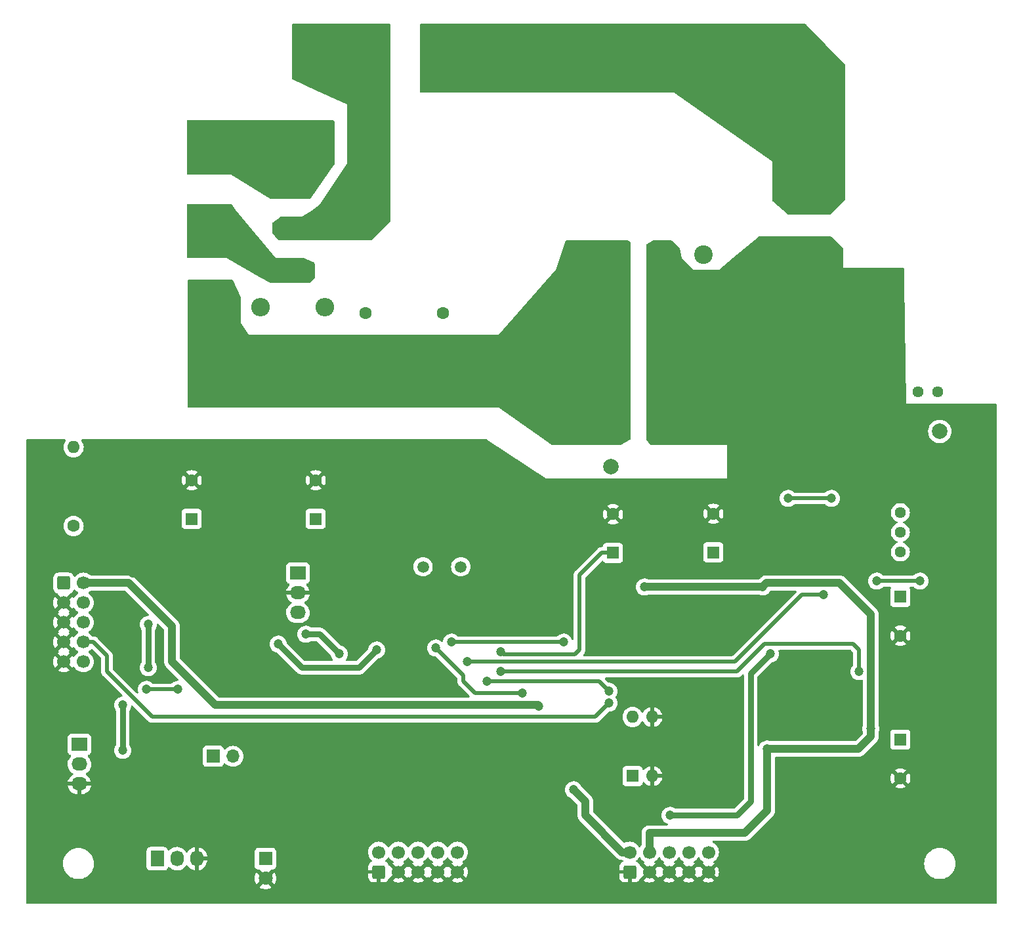
<source format=gtl>
G04 #@! TF.GenerationSoftware,KiCad,Pcbnew,7.0.2*
G04 #@! TF.CreationDate,2023-08-05T12:43:44+02:00*
G04 #@! TF.ProjectId,Module_2,4d6f6475-6c65-45f3-922e-6b696361645f,rev?*
G04 #@! TF.SameCoordinates,Original*
G04 #@! TF.FileFunction,Copper,L1,Top*
G04 #@! TF.FilePolarity,Positive*
%FSLAX46Y46*%
G04 Gerber Fmt 4.6, Leading zero omitted, Abs format (unit mm)*
G04 Created by KiCad (PCBNEW 7.0.2) date 2023-08-05 12:43:44*
%MOMM*%
%LPD*%
G01*
G04 APERTURE LIST*
G04 Aperture macros list*
%AMRoundRect*
0 Rectangle with rounded corners*
0 $1 Rounding radius*
0 $2 $3 $4 $5 $6 $7 $8 $9 X,Y pos of 4 corners*
0 Add a 4 corners polygon primitive as box body*
4,1,4,$2,$3,$4,$5,$6,$7,$8,$9,$2,$3,0*
0 Add four circle primitives for the rounded corners*
1,1,$1+$1,$2,$3*
1,1,$1+$1,$4,$5*
1,1,$1+$1,$6,$7*
1,1,$1+$1,$8,$9*
0 Add four rect primitives between the rounded corners*
20,1,$1+$1,$2,$3,$4,$5,0*
20,1,$1+$1,$4,$5,$6,$7,0*
20,1,$1+$1,$6,$7,$8,$9,0*
20,1,$1+$1,$8,$9,$2,$3,0*%
G04 Aperture macros list end*
G04 #@! TA.AperFunction,ComponentPad*
%ADD10RoundRect,0.250000X-0.600000X-0.600000X0.600000X-0.600000X0.600000X0.600000X-0.600000X0.600000X0*%
G04 #@! TD*
G04 #@! TA.AperFunction,ComponentPad*
%ADD11C,1.700000*%
G04 #@! TD*
G04 #@! TA.AperFunction,ComponentPad*
%ADD12R,1.600000X1.600000*%
G04 #@! TD*
G04 #@! TA.AperFunction,ComponentPad*
%ADD13C,1.600000*%
G04 #@! TD*
G04 #@! TA.AperFunction,ComponentPad*
%ADD14C,5.000000*%
G04 #@! TD*
G04 #@! TA.AperFunction,ComponentPad*
%ADD15C,2.400000*%
G04 #@! TD*
G04 #@! TA.AperFunction,ComponentPad*
%ADD16O,2.400000X2.400000*%
G04 #@! TD*
G04 #@! TA.AperFunction,ComponentPad*
%ADD17RoundRect,0.250000X0.600000X-0.600000X0.600000X0.600000X-0.600000X0.600000X-0.600000X-0.600000X0*%
G04 #@! TD*
G04 #@! TA.AperFunction,ComponentPad*
%ADD18R,1.800000X1.800000*%
G04 #@! TD*
G04 #@! TA.AperFunction,ComponentPad*
%ADD19C,1.800000*%
G04 #@! TD*
G04 #@! TA.AperFunction,ComponentPad*
%ADD20R,1.730000X2.030000*%
G04 #@! TD*
G04 #@! TA.AperFunction,ComponentPad*
%ADD21O,1.730000X2.030000*%
G04 #@! TD*
G04 #@! TA.AperFunction,ComponentPad*
%ADD22C,2.000000*%
G04 #@! TD*
G04 #@! TA.AperFunction,ComponentPad*
%ADD23C,1.500000*%
G04 #@! TD*
G04 #@! TA.AperFunction,ComponentPad*
%ADD24O,1.600000X1.600000*%
G04 #@! TD*
G04 #@! TA.AperFunction,ComponentPad*
%ADD25R,2.030000X1.730000*%
G04 #@! TD*
G04 #@! TA.AperFunction,ComponentPad*
%ADD26O,2.030000X1.730000*%
G04 #@! TD*
G04 #@! TA.AperFunction,ComponentPad*
%ADD27R,1.700000X1.700000*%
G04 #@! TD*
G04 #@! TA.AperFunction,ComponentPad*
%ADD28O,1.700000X1.700000*%
G04 #@! TD*
G04 #@! TA.AperFunction,ComponentPad*
%ADD29C,1.440000*%
G04 #@! TD*
G04 #@! TA.AperFunction,ComponentPad*
%ADD30R,4.500000X2.500000*%
G04 #@! TD*
G04 #@! TA.AperFunction,ComponentPad*
%ADD31O,4.500000X2.500000*%
G04 #@! TD*
G04 #@! TA.AperFunction,ViaPad*
%ADD32C,1.200000*%
G04 #@! TD*
G04 #@! TA.AperFunction,Conductor*
%ADD33C,1.000000*%
G04 #@! TD*
G04 #@! TA.AperFunction,Conductor*
%ADD34C,0.750000*%
G04 #@! TD*
G04 #@! TA.AperFunction,Conductor*
%ADD35C,0.500000*%
G04 #@! TD*
G04 APERTURE END LIST*
D10*
X45720000Y-102870000D03*
D11*
X48260000Y-102870000D03*
X45720000Y-105410000D03*
X48260000Y-105410000D03*
X45720000Y-107950000D03*
X48260000Y-107950000D03*
X45720000Y-110490000D03*
X48260000Y-110490000D03*
X45720000Y-113030000D03*
X48260000Y-113030000D03*
D12*
X62230000Y-94604651D03*
D13*
X62230000Y-89604651D03*
D12*
X116586000Y-98980000D03*
D13*
X116586000Y-93980000D03*
D14*
X130175000Y-71755000D03*
D15*
X71120000Y-46990000D03*
D16*
X71120000Y-67310000D03*
D12*
X78232000Y-94604651D03*
D13*
X78232000Y-89604651D03*
D17*
X118745000Y-140135000D03*
D11*
X118745000Y-137595000D03*
X121285000Y-140135000D03*
X121285000Y-137595000D03*
X123825000Y-140135000D03*
X123825000Y-137595000D03*
X126365000Y-140135000D03*
X126365000Y-137595000D03*
X128905000Y-140135000D03*
X128905000Y-137595000D03*
D17*
X86360000Y-140135000D03*
D11*
X86360000Y-137595000D03*
X88900000Y-140135000D03*
X88900000Y-137595000D03*
X91440000Y-140135000D03*
X91440000Y-137595000D03*
X93980000Y-140135000D03*
X93980000Y-137595000D03*
X96520000Y-140135000D03*
X96520000Y-137595000D03*
D12*
X153670000Y-104655000D03*
D13*
X153670000Y-109655000D03*
D14*
X142049500Y-62030000D03*
X142049500Y-51870000D03*
D18*
X71755000Y-138430000D03*
D19*
X71755000Y-140970000D03*
D20*
X57785000Y-138430000D03*
D21*
X60325000Y-138430000D03*
X62865000Y-138430000D03*
D22*
X158750000Y-83312000D03*
D14*
X65024000Y-47080500D03*
X65024000Y-57240500D03*
X65024000Y-67400500D03*
D23*
X92075000Y-100765000D03*
X96955000Y-100765000D03*
D15*
X79375000Y-46990000D03*
D16*
X79375000Y-67310000D03*
D12*
X119126000Y-127762000D03*
D24*
X121666000Y-127762000D03*
X121666000Y-120142000D03*
X119126000Y-120142000D03*
D15*
X111760000Y-33040000D03*
X111760000Y-60540000D03*
D22*
X116332000Y-87884000D03*
D13*
X46990000Y-95504000D03*
D24*
X46990000Y-85344000D03*
D13*
X84622000Y-68072000D03*
X94622000Y-68072000D03*
D14*
X78740000Y-35360000D03*
D15*
X128270000Y-33040000D03*
X128270000Y-60540000D03*
D25*
X47752000Y-123698000D03*
D26*
X47752000Y-126238000D03*
X47752000Y-128778000D03*
D27*
X65019000Y-125222000D03*
D28*
X67559000Y-125222000D03*
D25*
X75946000Y-101600000D03*
D26*
X75946000Y-104140000D03*
X75946000Y-106680000D03*
D22*
X146812000Y-83312000D03*
D14*
X109855000Y-71755000D03*
X96520000Y-35360000D03*
D29*
X158496000Y-78232000D03*
X155956000Y-78232000D03*
X153416000Y-78232000D03*
D12*
X129540000Y-98922651D03*
D13*
X129540000Y-93922651D03*
D12*
X153670000Y-123070000D03*
D13*
X153670000Y-128070000D03*
D29*
X153670000Y-93780000D03*
X153670000Y-96320000D03*
X153670000Y-98860000D03*
D30*
X75105000Y-51700000D03*
D31*
X75105000Y-57150000D03*
X75105000Y-62600000D03*
D32*
X149860000Y-121666000D03*
X120650000Y-103378000D03*
X135890000Y-103378000D03*
X53340000Y-118618000D03*
X136487884Y-124279541D03*
X56642000Y-108204000D03*
X56642000Y-113792000D03*
X53340000Y-124460000D03*
X104902000Y-117094000D03*
X93726000Y-111252000D03*
X110236000Y-110490000D03*
X95758000Y-110490000D03*
X102108000Y-111760000D03*
X150622000Y-102616000D03*
X156210000Y-102616000D03*
X148336000Y-114300000D03*
X102108000Y-114300000D03*
X116078000Y-116840000D03*
X100330000Y-115570000D03*
X114300000Y-81280000D03*
X114300000Y-76200000D03*
X114300000Y-66040000D03*
X114300000Y-60960000D03*
X114300000Y-63500000D03*
X114300000Y-71120000D03*
X114300000Y-68580000D03*
X114300000Y-78740000D03*
X114300000Y-73660000D03*
X114300000Y-83820000D03*
X123952000Y-132842000D03*
X136906000Y-112014000D03*
X76962000Y-109474000D03*
X81280000Y-112014000D03*
X111506000Y-129540000D03*
X107053026Y-118737026D03*
X116078000Y-118364000D03*
X73406000Y-110744000D03*
X86106000Y-111506000D03*
X144780000Y-91948000D03*
X139192000Y-91948000D03*
X97790000Y-113030000D03*
X143764000Y-104394000D03*
X56388000Y-116586000D03*
X60452000Y-116586000D03*
X92710000Y-86360000D03*
X165100000Y-116840000D03*
X86360000Y-96520000D03*
X147066115Y-91831065D03*
X134620000Y-91440000D03*
X110490000Y-127000000D03*
X96687739Y-108639362D03*
X60960000Y-106680000D03*
X109220000Y-143510000D03*
X161290000Y-95250000D03*
X125730000Y-68580000D03*
X165100000Y-85090000D03*
X165100000Y-97790000D03*
X165100000Y-142240000D03*
X43180000Y-86360000D03*
X136064191Y-116518374D03*
X125730000Y-66040000D03*
X110856038Y-105426502D03*
X161290000Y-107950000D03*
X102870000Y-88900000D03*
X71120000Y-106680000D03*
X115570000Y-132080000D03*
X83820000Y-143510000D03*
X165100000Y-135890000D03*
X57150000Y-97790000D03*
X161290000Y-101600000D03*
X52070000Y-92710000D03*
X63500000Y-121920000D03*
X143510000Y-83820000D03*
X93609411Y-113131899D03*
X152400000Y-86360000D03*
X153670000Y-143510000D03*
X115570000Y-143510000D03*
X161290000Y-133350000D03*
X73345889Y-116397840D03*
X54610000Y-86360000D03*
X165100000Y-104140000D03*
X66040000Y-106680000D03*
X125730000Y-71120000D03*
X114300000Y-91440000D03*
X52070000Y-134620000D03*
X125730000Y-78740000D03*
X60960000Y-86360000D03*
X143510000Y-138430000D03*
X110490000Y-121920000D03*
X161290000Y-120650000D03*
X80010000Y-86360000D03*
X125730000Y-83820000D03*
X151043481Y-93311690D03*
X103225207Y-97296458D03*
X160020000Y-143510000D03*
X43180000Y-91440000D03*
X125730000Y-106680000D03*
X68580000Y-121920000D03*
X74930000Y-134620000D03*
X71120000Y-143510000D03*
X99060000Y-86360000D03*
X105410000Y-121920000D03*
X115570000Y-127000000D03*
X94923247Y-99704949D03*
X43180000Y-134620000D03*
X90170000Y-143510000D03*
X127000000Y-91440000D03*
X110715429Y-100315772D03*
X54610000Y-95250000D03*
X134620000Y-143510000D03*
X81280000Y-101600000D03*
X106680000Y-139700000D03*
X125730000Y-81280000D03*
X127000000Y-129540000D03*
X66040000Y-101600000D03*
X71120000Y-101600000D03*
X140970000Y-143510000D03*
X60960000Y-101600000D03*
X80010000Y-132080000D03*
X125730000Y-110490000D03*
X43180000Y-109220000D03*
X125730000Y-63500000D03*
X73660000Y-86360000D03*
X52070000Y-105410000D03*
X125730000Y-76200000D03*
X110914102Y-108542589D03*
X161290000Y-127000000D03*
X43180000Y-102870000D03*
X43180000Y-115570000D03*
X73660000Y-121920000D03*
X58420000Y-143510000D03*
X107950000Y-91440000D03*
X81280000Y-96520000D03*
X105410000Y-127000000D03*
X124125845Y-127514594D03*
X100330000Y-139700000D03*
X96520000Y-143510000D03*
X43180000Y-128270000D03*
X161290000Y-114300000D03*
X110490000Y-132080000D03*
X125345183Y-120227596D03*
X45720000Y-143510000D03*
X165100000Y-91440000D03*
X80010000Y-125730000D03*
X66725877Y-136379912D03*
X127710992Y-122254154D03*
X67310000Y-86360000D03*
X165100000Y-129540000D03*
X43180000Y-140970000D03*
X102870000Y-143510000D03*
X74930000Y-129540000D03*
X113030000Y-138430000D03*
X137160000Y-138430000D03*
X128270000Y-143510000D03*
X86360000Y-86360000D03*
X52070000Y-143510000D03*
X139700000Y-83820000D03*
X86360000Y-101600000D03*
X121629104Y-124872695D03*
X50800000Y-96520000D03*
X165100000Y-123190000D03*
X103426529Y-109008050D03*
X43180000Y-96520000D03*
X105780012Y-99822230D03*
X105410000Y-132080000D03*
X146507684Y-114938701D03*
X121920000Y-110490000D03*
X129540000Y-106680000D03*
X77470000Y-143510000D03*
X102731666Y-100954473D03*
X138378761Y-116506421D03*
X66356467Y-116332518D03*
X147320000Y-143510000D03*
X43180000Y-121920000D03*
X121920000Y-143510000D03*
X54610000Y-101600000D03*
X64770000Y-143510000D03*
X161290000Y-87630000D03*
X149860000Y-138430000D03*
X50800000Y-100330000D03*
X81280000Y-139700000D03*
X121920000Y-106680000D03*
X125730000Y-73660000D03*
X165100000Y-110490000D03*
D33*
X133604000Y-135128000D02*
X121285000Y-135128000D01*
X136487884Y-132244116D02*
X133604000Y-135128000D01*
X136487884Y-124279541D02*
X148262459Y-124279541D01*
X149860000Y-106934000D02*
X149860000Y-121666000D01*
X148262459Y-124279541D02*
X149860000Y-122682000D01*
X136487884Y-124279541D02*
X136487884Y-132244116D01*
D34*
X56642000Y-113792000D02*
X56642000Y-108204000D01*
D33*
X135890000Y-103378000D02*
X136398000Y-102870000D01*
X136398000Y-102870000D02*
X145796000Y-102870000D01*
X135890000Y-103378000D02*
X120650000Y-103378000D01*
X121285000Y-135128000D02*
X121285000Y-137595000D01*
D34*
X53340000Y-124460000D02*
X53340000Y-118618000D01*
D33*
X145796000Y-102870000D02*
X149860000Y-106934000D01*
X149860000Y-122682000D02*
X149860000Y-121666000D01*
D35*
X97282000Y-115570000D02*
X97282000Y-114808000D01*
X98806000Y-117094000D02*
X97282000Y-115570000D01*
X97282000Y-114808000D02*
X93726000Y-111252000D01*
X104902000Y-117094000D02*
X98806000Y-117094000D01*
X95758000Y-110490000D02*
X110236000Y-110490000D01*
X112268000Y-111506000D02*
X112268000Y-101854000D01*
X103886000Y-112104500D02*
X111669500Y-112104500D01*
X102452500Y-112104500D02*
X102108000Y-111760000D01*
X103886000Y-112104500D02*
X102452500Y-112104500D01*
X115142000Y-98980000D02*
X116586000Y-98980000D01*
X111669500Y-112104500D02*
X112268000Y-111506000D01*
X112268000Y-101854000D02*
X115142000Y-98980000D01*
X150622000Y-102616000D02*
X156210000Y-102616000D01*
X132588000Y-114300000D02*
X102108000Y-114300000D01*
X148336000Y-114300000D02*
X148336000Y-111506000D01*
X148336000Y-111506000D02*
X147574000Y-110744000D01*
X147574000Y-110744000D02*
X136144000Y-110744000D01*
X136144000Y-110744000D02*
X132588000Y-114300000D01*
X114808000Y-115570000D02*
X100330000Y-115570000D01*
X116078000Y-116840000D02*
X114808000Y-115570000D01*
D34*
X123952000Y-132842000D02*
X132588000Y-132842000D01*
X132588000Y-132842000D02*
X134366000Y-131064000D01*
X134366000Y-131064000D02*
X134366000Y-114554000D01*
X134366000Y-114554000D02*
X136906000Y-112014000D01*
X81280000Y-112014000D02*
X78740000Y-109474000D01*
X78740000Y-109474000D02*
X76962000Y-109474000D01*
D33*
X106934000Y-118618000D02*
X65278000Y-118618000D01*
X59690000Y-108458000D02*
X54102000Y-102870000D01*
X59690000Y-113030000D02*
X59690000Y-108458000D01*
X117783000Y-137595000D02*
X118745000Y-137595000D01*
X113030000Y-132842000D02*
X117783000Y-137595000D01*
X65278000Y-118618000D02*
X59690000Y-113030000D01*
X113030000Y-131064000D02*
X113030000Y-132842000D01*
X111506000Y-129540000D02*
X113030000Y-131064000D01*
X54102000Y-102870000D02*
X48260000Y-102870000D01*
X107053026Y-118737026D02*
X106934000Y-118618000D01*
D35*
X116078000Y-118364000D02*
X114300000Y-120142000D01*
X114300000Y-120142000D02*
X57150000Y-120142000D01*
X49530000Y-110490000D02*
X48260000Y-110490000D01*
X51308000Y-114300000D02*
X51308000Y-112268000D01*
X51308000Y-112268000D02*
X49530000Y-110490000D01*
X57150000Y-120142000D02*
X51308000Y-114300000D01*
D34*
X76454000Y-113792000D02*
X83820000Y-113792000D01*
X83820000Y-113792000D02*
X86106000Y-111506000D01*
X73406000Y-110744000D02*
X76454000Y-113792000D01*
D35*
X139192000Y-91948000D02*
X144780000Y-91948000D01*
X132334000Y-113030000D02*
X97790000Y-113030000D01*
X143764000Y-104394000D02*
X140970000Y-104394000D01*
X140970000Y-104394000D02*
X132334000Y-113030000D01*
X60452000Y-116586000D02*
X56388000Y-116586000D01*
G04 #@! TA.AperFunction,Conductor*
G36*
X87827039Y-30753685D02*
G01*
X87872794Y-30806489D01*
X87884000Y-30858000D01*
X87884000Y-56082638D01*
X87864315Y-56149677D01*
X87847681Y-56170319D01*
X85380319Y-58637681D01*
X85318996Y-58671166D01*
X85292638Y-58674000D01*
X73468000Y-58674000D01*
X73400961Y-58654315D01*
X73368800Y-58624400D01*
X72668800Y-57691066D01*
X72644324Y-57625624D01*
X72644000Y-57616666D01*
X72644000Y-56450000D01*
X72663685Y-56382961D01*
X72693600Y-56350800D01*
X73626933Y-55650800D01*
X73692375Y-55626324D01*
X73701333Y-55626000D01*
X76454000Y-55626000D01*
X77724000Y-54864000D01*
X78740000Y-54102000D01*
X82296000Y-48768000D01*
X82296000Y-41148000D01*
X78316745Y-39300489D01*
X75255782Y-37879327D01*
X75203266Y-37833242D01*
X75184000Y-37766858D01*
X75184000Y-30858000D01*
X75203685Y-30790961D01*
X75256489Y-30745206D01*
X75308000Y-30734000D01*
X87760000Y-30734000D01*
X87827039Y-30753685D01*
G37*
G04 #@! TD.AperFunction*
G04 #@! TA.AperFunction,Conductor*
G36*
X118633677Y-58693685D02*
G01*
X118654319Y-58710319D01*
X118835681Y-58891681D01*
X118869166Y-58953004D01*
X118872000Y-58979362D01*
X118872000Y-84257792D01*
X118852315Y-84324831D01*
X118811797Y-84364121D01*
X117631450Y-85072329D01*
X117567655Y-85090000D01*
X108751257Y-85090000D01*
X108684218Y-85070315D01*
X108679896Y-85067408D01*
X106657407Y-83644175D01*
X101854000Y-80264000D01*
X101853999Y-80264000D01*
X61846000Y-80264000D01*
X61778961Y-80244315D01*
X61733206Y-80191511D01*
X61722000Y-80140000D01*
X61722000Y-63878000D01*
X61741685Y-63810961D01*
X61794489Y-63765206D01*
X61846000Y-63754000D01*
X67483415Y-63754000D01*
X67550454Y-63773685D01*
X67596209Y-63826489D01*
X67596728Y-63827639D01*
X68569313Y-66015954D01*
X68580000Y-66066315D01*
X68580000Y-69342000D01*
X69596000Y-70866000D01*
X101854000Y-70866000D01*
X101854001Y-70866000D01*
X101854001Y-70865999D01*
X109219999Y-62484001D01*
X109219998Y-62484001D01*
X109220000Y-62484000D01*
X110461737Y-58758787D01*
X110501611Y-58701413D01*
X110566175Y-58674705D01*
X110579374Y-58674000D01*
X118566638Y-58674000D01*
X118633677Y-58693685D01*
G37*
G04 #@! TD.AperFunction*
G04 #@! TA.AperFunction,Conductor*
G36*
X144795677Y-58185685D02*
G01*
X144816319Y-58202319D01*
X146267681Y-59653681D01*
X146301166Y-59715004D01*
X146304000Y-59741362D01*
X146304000Y-62230000D01*
X154055734Y-62230000D01*
X154122773Y-62249685D01*
X154168528Y-62302489D01*
X154179721Y-62352253D01*
X154203348Y-64029723D01*
X154424844Y-79755999D01*
X154424845Y-79755999D01*
X154424845Y-79756000D01*
X131318000Y-79756000D01*
X131318000Y-85090000D01*
X121478363Y-85090000D01*
X121411324Y-85070315D01*
X121375189Y-85034783D01*
X120924826Y-84359239D01*
X120904018Y-84292540D01*
X120904000Y-84290456D01*
X120904000Y-59248362D01*
X120923685Y-59181323D01*
X120959215Y-59145189D01*
X121634760Y-58694826D01*
X121701460Y-58674018D01*
X121703544Y-58674000D01*
X124154638Y-58674000D01*
X124221677Y-58693685D01*
X124242319Y-58710319D01*
X125195452Y-59663452D01*
X125228937Y-59724775D01*
X125229363Y-59726814D01*
X125476000Y-60960000D01*
X127000000Y-62484000D01*
X130301998Y-62484000D01*
X130302000Y-62484000D01*
X132080000Y-60960000D01*
X135347325Y-58195339D01*
X135411217Y-58167063D01*
X135427422Y-58166000D01*
X144728638Y-58166000D01*
X144795677Y-58185685D01*
G37*
G04 #@! TD.AperFunction*
G04 #@! TA.AperFunction,Conductor*
G36*
X67318278Y-53994685D02*
G01*
X67347210Y-54020479D01*
X67914988Y-54714430D01*
X73025000Y-60960000D01*
X76805728Y-60960000D01*
X76861182Y-60973091D01*
X78036454Y-61560727D01*
X78087613Y-61608314D01*
X78105000Y-61671636D01*
X78105000Y-63448637D01*
X78085315Y-63515676D01*
X78068681Y-63536318D01*
X77506319Y-64098681D01*
X77444996Y-64132166D01*
X77418638Y-64135000D01*
X72422133Y-64135000D01*
X72361913Y-64119396D01*
X71154547Y-63448637D01*
X66675000Y-60960000D01*
X66674999Y-60960000D01*
X61719000Y-60960000D01*
X61651961Y-60940315D01*
X61606206Y-60887511D01*
X61595000Y-60836000D01*
X61595000Y-54099000D01*
X61614685Y-54031961D01*
X61667489Y-53986206D01*
X61719000Y-53975000D01*
X67251239Y-53975000D01*
X67318278Y-53994685D01*
G37*
G04 #@! TD.AperFunction*
G04 #@! TA.AperFunction,Conductor*
G36*
X80588039Y-43199685D02*
G01*
X80633794Y-43252489D01*
X80645000Y-43304000D01*
X80645000Y-48855261D01*
X80625315Y-48922300D01*
X80621903Y-48927335D01*
X77507090Y-53288074D01*
X77452106Y-53331184D01*
X77406187Y-53340000D01*
X72425563Y-53340000D01*
X72359843Y-53321152D01*
X67310000Y-50165000D01*
X61719000Y-50165000D01*
X61651961Y-50145315D01*
X61606206Y-50092511D01*
X61595000Y-50041000D01*
X61595000Y-43304000D01*
X61614685Y-43236961D01*
X61667489Y-43191206D01*
X61719000Y-43180000D01*
X80521000Y-43180000D01*
X80588039Y-43199685D01*
G37*
G04 #@! TD.AperFunction*
G04 #@! TA.AperFunction,Conductor*
G36*
X90254855Y-138261545D02*
G01*
X90271571Y-138280837D01*
X90401505Y-138466401D01*
X90568599Y-138633495D01*
X90754596Y-138763732D01*
X90798219Y-138818307D01*
X90805412Y-138887806D01*
X90773890Y-138950160D01*
X90754594Y-138966881D01*
X90678626Y-139020073D01*
X91307466Y-139648913D01*
X91297685Y-139650320D01*
X91166900Y-139710048D01*
X91058239Y-139804202D01*
X90980507Y-139925156D01*
X90956923Y-140005476D01*
X90325072Y-139373625D01*
X90325072Y-139373626D01*
X90271574Y-139450030D01*
X90216998Y-139493655D01*
X90147499Y-139500849D01*
X90085144Y-139469326D01*
X90068424Y-139450030D01*
X90014925Y-139373626D01*
X90014925Y-139373625D01*
X89383076Y-140005475D01*
X89359493Y-139925156D01*
X89281761Y-139804202D01*
X89173100Y-139710048D01*
X89042315Y-139650320D01*
X89032531Y-139648913D01*
X89661373Y-139020073D01*
X89661373Y-139020072D01*
X89585405Y-138966880D01*
X89541780Y-138912304D01*
X89534586Y-138842805D01*
X89566108Y-138780451D01*
X89585399Y-138763734D01*
X89771401Y-138633495D01*
X89938495Y-138466401D01*
X90068426Y-138280839D01*
X90123002Y-138237216D01*
X90192500Y-138230022D01*
X90254855Y-138261545D01*
G37*
G04 #@! TD.AperFunction*
G04 #@! TA.AperFunction,Conductor*
G36*
X92794854Y-138261545D02*
G01*
X92811572Y-138280838D01*
X92941505Y-138466401D01*
X93108599Y-138633495D01*
X93294596Y-138763732D01*
X93338219Y-138818307D01*
X93345412Y-138887806D01*
X93313890Y-138950160D01*
X93294594Y-138966881D01*
X93218626Y-139020073D01*
X93847466Y-139648913D01*
X93837685Y-139650320D01*
X93706900Y-139710048D01*
X93598239Y-139804202D01*
X93520507Y-139925156D01*
X93496923Y-140005476D01*
X92865072Y-139373625D01*
X92865072Y-139373626D01*
X92811574Y-139450030D01*
X92756998Y-139493655D01*
X92687499Y-139500849D01*
X92625144Y-139469326D01*
X92608424Y-139450030D01*
X92554925Y-139373626D01*
X92554925Y-139373625D01*
X91923076Y-140005475D01*
X91899493Y-139925156D01*
X91821761Y-139804202D01*
X91713100Y-139710048D01*
X91582315Y-139650320D01*
X91572533Y-139648913D01*
X92201373Y-139020073D01*
X92201373Y-139020072D01*
X92125405Y-138966880D01*
X92081780Y-138912304D01*
X92074586Y-138842805D01*
X92106108Y-138780451D01*
X92125399Y-138763734D01*
X92311401Y-138633495D01*
X92478495Y-138466401D01*
X92608427Y-138280838D01*
X92663001Y-138237216D01*
X92732499Y-138230022D01*
X92794854Y-138261545D01*
G37*
G04 #@! TD.AperFunction*
G04 #@! TA.AperFunction,Conductor*
G36*
X95334855Y-138261545D02*
G01*
X95351571Y-138280837D01*
X95481505Y-138466401D01*
X95648599Y-138633495D01*
X95834596Y-138763732D01*
X95878219Y-138818307D01*
X95885412Y-138887806D01*
X95853890Y-138950160D01*
X95834594Y-138966881D01*
X95758626Y-139020073D01*
X96387466Y-139648913D01*
X96377685Y-139650320D01*
X96246900Y-139710048D01*
X96138239Y-139804202D01*
X96060507Y-139925156D01*
X96036923Y-140005476D01*
X95405072Y-139373625D01*
X95405072Y-139373626D01*
X95351574Y-139450030D01*
X95296998Y-139493655D01*
X95227499Y-139500849D01*
X95165144Y-139469326D01*
X95148424Y-139450030D01*
X95094925Y-139373626D01*
X95094925Y-139373625D01*
X94463076Y-140005474D01*
X94439493Y-139925156D01*
X94361761Y-139804202D01*
X94253100Y-139710048D01*
X94122315Y-139650320D01*
X94112533Y-139648913D01*
X94741373Y-139020073D01*
X94741373Y-139020072D01*
X94665405Y-138966880D01*
X94621780Y-138912304D01*
X94614586Y-138842805D01*
X94646108Y-138780451D01*
X94665399Y-138763734D01*
X94851401Y-138633495D01*
X95018495Y-138466401D01*
X95148426Y-138280839D01*
X95203002Y-138237216D01*
X95272500Y-138230022D01*
X95334855Y-138261545D01*
G37*
G04 #@! TD.AperFunction*
G04 #@! TA.AperFunction,Conductor*
G36*
X87714855Y-138261546D02*
G01*
X87731571Y-138280837D01*
X87861505Y-138466401D01*
X88028599Y-138633495D01*
X88214596Y-138763732D01*
X88258219Y-138818307D01*
X88265412Y-138887806D01*
X88233890Y-138950160D01*
X88214594Y-138966881D01*
X88138626Y-139020073D01*
X88767466Y-139648913D01*
X88757685Y-139650320D01*
X88626900Y-139710048D01*
X88518239Y-139804202D01*
X88440507Y-139925156D01*
X88416923Y-140005475D01*
X87780841Y-139369393D01*
X87728294Y-139358833D01*
X87678111Y-139310218D01*
X87668281Y-139288075D01*
X87644357Y-139215878D01*
X87552316Y-139066654D01*
X87428345Y-138942683D01*
X87279123Y-138850643D01*
X87270598Y-138847818D01*
X87213154Y-138808045D01*
X87186331Y-138743529D01*
X87198646Y-138674753D01*
X87225810Y-138643246D01*
X87223730Y-138641166D01*
X87310358Y-138554538D01*
X87398495Y-138466401D01*
X87528426Y-138280839D01*
X87583002Y-138237217D01*
X87652501Y-138230024D01*
X87714855Y-138261546D01*
G37*
G04 #@! TD.AperFunction*
G04 #@! TA.AperFunction,Conductor*
G36*
X120099855Y-138261545D02*
G01*
X120116571Y-138280837D01*
X120246505Y-138466401D01*
X120413599Y-138633495D01*
X120599596Y-138763732D01*
X120643219Y-138818307D01*
X120650412Y-138887806D01*
X120618890Y-138950160D01*
X120599594Y-138966881D01*
X120523625Y-139020073D01*
X121152465Y-139648913D01*
X121142685Y-139650320D01*
X121011900Y-139710048D01*
X120903239Y-139804202D01*
X120825507Y-139925156D01*
X120801923Y-140005476D01*
X120165840Y-139369393D01*
X120113294Y-139358833D01*
X120063111Y-139310218D01*
X120053281Y-139288075D01*
X120029357Y-139215878D01*
X119937316Y-139066654D01*
X119813345Y-138942683D01*
X119664123Y-138850643D01*
X119655598Y-138847818D01*
X119598154Y-138808045D01*
X119571331Y-138743529D01*
X119583646Y-138674753D01*
X119610810Y-138643246D01*
X119608730Y-138641166D01*
X119695358Y-138554538D01*
X119783495Y-138466401D01*
X119913426Y-138280839D01*
X119968002Y-138237216D01*
X120037500Y-138230022D01*
X120099855Y-138261545D01*
G37*
G04 #@! TD.AperFunction*
G04 #@! TA.AperFunction,Conductor*
G36*
X122639855Y-138261545D02*
G01*
X122656571Y-138280837D01*
X122786505Y-138466401D01*
X122953599Y-138633495D01*
X123139596Y-138763732D01*
X123183219Y-138818307D01*
X123190412Y-138887806D01*
X123158890Y-138950160D01*
X123139594Y-138966881D01*
X123063626Y-139020073D01*
X123692466Y-139648913D01*
X123682685Y-139650320D01*
X123551900Y-139710048D01*
X123443239Y-139804202D01*
X123365507Y-139925156D01*
X123341923Y-140005476D01*
X122710072Y-139373625D01*
X122710072Y-139373626D01*
X122656574Y-139450030D01*
X122601998Y-139493655D01*
X122532499Y-139500849D01*
X122470144Y-139469326D01*
X122453424Y-139450030D01*
X122399925Y-139373626D01*
X122399925Y-139373625D01*
X121768076Y-140005475D01*
X121744493Y-139925156D01*
X121666761Y-139804202D01*
X121558100Y-139710048D01*
X121427315Y-139650320D01*
X121417532Y-139648913D01*
X122046373Y-139020073D01*
X122046373Y-139020072D01*
X121970405Y-138966880D01*
X121926780Y-138912304D01*
X121919586Y-138842805D01*
X121951108Y-138780451D01*
X121970399Y-138763734D01*
X122156401Y-138633495D01*
X122323495Y-138466401D01*
X122453426Y-138280839D01*
X122508002Y-138237216D01*
X122577500Y-138230022D01*
X122639855Y-138261545D01*
G37*
G04 #@! TD.AperFunction*
G04 #@! TA.AperFunction,Conductor*
G36*
X125179855Y-138261545D02*
G01*
X125196571Y-138280837D01*
X125326505Y-138466401D01*
X125493599Y-138633495D01*
X125679596Y-138763732D01*
X125723219Y-138818307D01*
X125730412Y-138887806D01*
X125698890Y-138950160D01*
X125679594Y-138966881D01*
X125603626Y-139020073D01*
X126232466Y-139648913D01*
X126222685Y-139650320D01*
X126091900Y-139710048D01*
X125983239Y-139804202D01*
X125905507Y-139925156D01*
X125881923Y-140005475D01*
X125250073Y-139373625D01*
X125250072Y-139373626D01*
X125196574Y-139450030D01*
X125141998Y-139493655D01*
X125072499Y-139500849D01*
X125010144Y-139469326D01*
X124993424Y-139450030D01*
X124939925Y-139373626D01*
X124939925Y-139373625D01*
X124308076Y-140005474D01*
X124284493Y-139925156D01*
X124206761Y-139804202D01*
X124098100Y-139710048D01*
X123967315Y-139650320D01*
X123957533Y-139648913D01*
X124586373Y-139020073D01*
X124586373Y-139020072D01*
X124510405Y-138966880D01*
X124466780Y-138912304D01*
X124459586Y-138842805D01*
X124491108Y-138780451D01*
X124510399Y-138763734D01*
X124696401Y-138633495D01*
X124863495Y-138466401D01*
X124993426Y-138280839D01*
X125048002Y-138237216D01*
X125117500Y-138230022D01*
X125179855Y-138261545D01*
G37*
G04 #@! TD.AperFunction*
G04 #@! TA.AperFunction,Conductor*
G36*
X127719855Y-138261546D02*
G01*
X127736571Y-138280837D01*
X127866505Y-138466401D01*
X128033599Y-138633495D01*
X128219596Y-138763732D01*
X128263219Y-138818307D01*
X128270412Y-138887806D01*
X128238890Y-138950160D01*
X128219594Y-138966881D01*
X128143626Y-139020073D01*
X128772466Y-139648913D01*
X128762685Y-139650320D01*
X128631900Y-139710048D01*
X128523239Y-139804202D01*
X128445507Y-139925156D01*
X128421923Y-140005476D01*
X127790072Y-139373625D01*
X127790072Y-139373626D01*
X127736574Y-139450030D01*
X127681998Y-139493655D01*
X127612499Y-139500849D01*
X127550144Y-139469326D01*
X127533424Y-139450030D01*
X127479925Y-139373626D01*
X127479925Y-139373625D01*
X126848076Y-140005473D01*
X126824493Y-139925156D01*
X126746761Y-139804202D01*
X126638100Y-139710048D01*
X126507315Y-139650320D01*
X126497533Y-139648913D01*
X127126373Y-139020073D01*
X127126373Y-139020072D01*
X127050405Y-138966880D01*
X127006780Y-138912304D01*
X126999586Y-138842805D01*
X127031108Y-138780451D01*
X127050399Y-138763734D01*
X127236401Y-138633495D01*
X127403495Y-138466401D01*
X127533426Y-138280839D01*
X127588002Y-138237217D01*
X127657501Y-138230024D01*
X127719855Y-138261546D01*
G37*
G04 #@! TD.AperFunction*
G04 #@! TA.AperFunction,Conductor*
G36*
X147278809Y-111514185D02*
G01*
X147299451Y-111530819D01*
X147549181Y-111780549D01*
X147582666Y-111841872D01*
X147585500Y-111868230D01*
X147585500Y-113440261D01*
X147565815Y-113507300D01*
X147545040Y-113531897D01*
X147519235Y-113555421D01*
X147396324Y-113718181D01*
X147305418Y-113900748D01*
X147249602Y-114096916D01*
X147230785Y-114299999D01*
X147249602Y-114503083D01*
X147305418Y-114699251D01*
X147396324Y-114881818D01*
X147519236Y-115044580D01*
X147669958Y-115181981D01*
X147843361Y-115289347D01*
X147843363Y-115289348D01*
X148033544Y-115363024D01*
X148234024Y-115400500D01*
X148234026Y-115400500D01*
X148437974Y-115400500D01*
X148437976Y-115400500D01*
X148638456Y-115363024D01*
X148690707Y-115342781D01*
X148760329Y-115336919D01*
X148822069Y-115369629D01*
X148856324Y-115430525D01*
X148859500Y-115458408D01*
X148859500Y-121177171D01*
X148846501Y-121232441D01*
X148829417Y-121266749D01*
X148773602Y-121462916D01*
X148754785Y-121666000D01*
X148773602Y-121869083D01*
X148829417Y-122065250D01*
X148846499Y-122099553D01*
X148859500Y-122154826D01*
X148859500Y-122216217D01*
X148839815Y-122283256D01*
X148823181Y-122303898D01*
X147884358Y-123242722D01*
X147823035Y-123276207D01*
X147796677Y-123279041D01*
X136974914Y-123279041D01*
X136930121Y-123270668D01*
X136790341Y-123216517D01*
X136723513Y-123204025D01*
X136589860Y-123179041D01*
X136385908Y-123179041D01*
X136300454Y-123195015D01*
X136185426Y-123216517D01*
X135995245Y-123290193D01*
X135821842Y-123397559D01*
X135671120Y-123534960D01*
X135548208Y-123697722D01*
X135476500Y-123841734D01*
X135428997Y-123892972D01*
X135361335Y-123910393D01*
X135294994Y-123888468D01*
X135251039Y-123834156D01*
X135241500Y-123786463D01*
X135241500Y-114968004D01*
X135261185Y-114900965D01*
X135277814Y-114880328D01*
X137024692Y-113133449D01*
X137086013Y-113099966D01*
X137089556Y-113099249D01*
X137208456Y-113077024D01*
X137398637Y-113003348D01*
X137572041Y-112895981D01*
X137722764Y-112758579D01*
X137845673Y-112595821D01*
X137845673Y-112595819D01*
X137845675Y-112595818D01*
X137895703Y-112495347D01*
X137936582Y-112413250D01*
X137992397Y-112217083D01*
X138011215Y-112014000D01*
X137992397Y-111810917D01*
X137976114Y-111753688D01*
X137947305Y-111652434D01*
X137947891Y-111582567D01*
X137986158Y-111524108D01*
X138049955Y-111495618D01*
X138066571Y-111494500D01*
X147211770Y-111494500D01*
X147278809Y-111514185D01*
G37*
G04 #@! TD.AperFunction*
G04 #@! TA.AperFunction,Conductor*
G36*
X47180599Y-103709155D02*
G01*
X47211654Y-103735909D01*
X47213834Y-103733730D01*
X47221505Y-103741401D01*
X47388599Y-103908495D01*
X47574160Y-104038426D01*
X47617783Y-104093002D01*
X47624976Y-104162501D01*
X47593454Y-104224855D01*
X47574158Y-104241575D01*
X47394538Y-104367347D01*
X47388595Y-104371508D01*
X47221508Y-104538595D01*
X47221505Y-104538598D01*
X47221505Y-104538599D01*
X47142949Y-104650790D01*
X47091270Y-104724595D01*
X47036693Y-104768219D01*
X46967194Y-104775412D01*
X46904840Y-104743890D01*
X46888120Y-104724595D01*
X46834925Y-104648626D01*
X46834925Y-104648625D01*
X46203076Y-105280475D01*
X46179493Y-105200156D01*
X46101761Y-105079202D01*
X45993100Y-104985048D01*
X45862315Y-104925320D01*
X45852534Y-104923913D01*
X46485789Y-104290658D01*
X46496209Y-104238808D01*
X46544823Y-104188624D01*
X46566961Y-104178796D01*
X46639334Y-104154814D01*
X46788656Y-104062712D01*
X46912712Y-103938656D01*
X47004814Y-103789334D01*
X47007538Y-103781111D01*
X47047307Y-103723668D01*
X47111822Y-103696843D01*
X47180599Y-103709155D01*
G37*
G04 #@! TD.AperFunction*
G04 #@! TA.AperFunction,Conductor*
G36*
X53703256Y-103890185D02*
G01*
X53723898Y-103906819D01*
X56708898Y-106891819D01*
X56742383Y-106953142D01*
X56737399Y-107022834D01*
X56695527Y-107078767D01*
X56630063Y-107103184D01*
X56621217Y-107103500D01*
X56540024Y-107103500D01*
X56439783Y-107122238D01*
X56339542Y-107140976D01*
X56149361Y-107214652D01*
X55975958Y-107322018D01*
X55825236Y-107459419D01*
X55702324Y-107622181D01*
X55611418Y-107804748D01*
X55555602Y-108000916D01*
X55536785Y-108203999D01*
X55555602Y-108407083D01*
X55611418Y-108603251D01*
X55702324Y-108785818D01*
X55741454Y-108837633D01*
X55766146Y-108902994D01*
X55766500Y-108912360D01*
X55766500Y-113083639D01*
X55746815Y-113150678D01*
X55741454Y-113158365D01*
X55702326Y-113210178D01*
X55611418Y-113392748D01*
X55555602Y-113588916D01*
X55536785Y-113792000D01*
X55555602Y-113995083D01*
X55611418Y-114191251D01*
X55702324Y-114373818D01*
X55825236Y-114536580D01*
X55975958Y-114673981D01*
X56149361Y-114781347D01*
X56149363Y-114781348D01*
X56339544Y-114855024D01*
X56540024Y-114892500D01*
X56540026Y-114892500D01*
X56743974Y-114892500D01*
X56743976Y-114892500D01*
X56944456Y-114855024D01*
X57134637Y-114781348D01*
X57308041Y-114673981D01*
X57347431Y-114638072D01*
X57458763Y-114536580D01*
X57458764Y-114536579D01*
X57581673Y-114373821D01*
X57581673Y-114373819D01*
X57581675Y-114373818D01*
X57641205Y-114254264D01*
X57672582Y-114191250D01*
X57728397Y-113995083D01*
X57747215Y-113792000D01*
X57728397Y-113588917D01*
X57718866Y-113555421D01*
X57705175Y-113507300D01*
X57672582Y-113392750D01*
X57629711Y-113306652D01*
X57581673Y-113210178D01*
X57542546Y-113158365D01*
X57517854Y-113093004D01*
X57517500Y-113083639D01*
X57517500Y-108912360D01*
X57537185Y-108845321D01*
X57542546Y-108837633D01*
X57581675Y-108785818D01*
X57652058Y-108644468D01*
X57672582Y-108603250D01*
X57728397Y-108407083D01*
X57746067Y-108216378D01*
X57771853Y-108151443D01*
X57828653Y-108110755D01*
X57898434Y-108107235D01*
X57957219Y-108140140D01*
X58653181Y-108836102D01*
X58686666Y-108897425D01*
X58689500Y-108923783D01*
X58689500Y-113015721D01*
X58689460Y-113018863D01*
X58687242Y-113106362D01*
X58697648Y-113164420D01*
X58698957Y-113173749D01*
X58704926Y-113232438D01*
X58714033Y-113261467D01*
X58717772Y-113276702D01*
X58723141Y-113306652D01*
X58745020Y-113361425D01*
X58748180Y-113370300D01*
X58765841Y-113426588D01*
X58780607Y-113453191D01*
X58787337Y-113467364D01*
X58798622Y-113495617D01*
X58831080Y-113544867D01*
X58835961Y-113552923D01*
X58864590Y-113604501D01*
X58884404Y-113627581D01*
X58893856Y-113640116D01*
X58910599Y-113665520D01*
X58952300Y-113707221D01*
X58958705Y-113714132D01*
X58997130Y-113758891D01*
X58997131Y-113758892D01*
X58997134Y-113758895D01*
X59021198Y-113777522D01*
X59032968Y-113787889D01*
X60518898Y-115273819D01*
X60552383Y-115335142D01*
X60547399Y-115404834D01*
X60505527Y-115460767D01*
X60440063Y-115485184D01*
X60431217Y-115485500D01*
X60350024Y-115485500D01*
X60249784Y-115504238D01*
X60149542Y-115522976D01*
X59959361Y-115596652D01*
X59785958Y-115704018D01*
X59677231Y-115803137D01*
X59614427Y-115833754D01*
X59593693Y-115835500D01*
X57246307Y-115835500D01*
X57179268Y-115815815D01*
X57162769Y-115803137D01*
X57054041Y-115704018D01*
X56880638Y-115596652D01*
X56690457Y-115522976D01*
X56623629Y-115510484D01*
X56489976Y-115485500D01*
X56286024Y-115485500D01*
X56185784Y-115504238D01*
X56085542Y-115522976D01*
X55895361Y-115596652D01*
X55721958Y-115704018D01*
X55571236Y-115841419D01*
X55448324Y-116004181D01*
X55357418Y-116186748D01*
X55301602Y-116382916D01*
X55282785Y-116585999D01*
X55301602Y-116789083D01*
X55347172Y-116949241D01*
X55346586Y-117019109D01*
X55308319Y-117077567D01*
X55244522Y-117106058D01*
X55175449Y-117095534D01*
X55140225Y-117070857D01*
X52094819Y-114025451D01*
X52061334Y-113964128D01*
X52058500Y-113937770D01*
X52058500Y-112331705D01*
X52059809Y-112313735D01*
X52059961Y-112312691D01*
X52063289Y-112289977D01*
X52058972Y-112240629D01*
X52058500Y-112229823D01*
X52058500Y-112227901D01*
X52058500Y-112224291D01*
X52054903Y-112193520D01*
X52054536Y-112189929D01*
X52050870Y-112148019D01*
X52047999Y-112115203D01*
X52047998Y-112115201D01*
X52047889Y-112113949D01*
X52043672Y-112094930D01*
X52036162Y-112074297D01*
X52017591Y-112023273D01*
X52016408Y-112019868D01*
X52015682Y-112017676D01*
X51992814Y-111948666D01*
X51992812Y-111948663D01*
X51992415Y-111947464D01*
X51983929Y-111929936D01*
X51983237Y-111928884D01*
X51983237Y-111928883D01*
X51942001Y-111866188D01*
X51940086Y-111863181D01*
X51939096Y-111861576D01*
X51900712Y-111799345D01*
X51900711Y-111799344D01*
X51900048Y-111798269D01*
X51887748Y-111783170D01*
X51832273Y-111730832D01*
X51829686Y-111728319D01*
X50105728Y-110004360D01*
X50093946Y-109990727D01*
X50079609Y-109971469D01*
X50041666Y-109939631D01*
X50033691Y-109932323D01*
X50032329Y-109930961D01*
X50029777Y-109928409D01*
X50005444Y-109909169D01*
X50002647Y-109906890D01*
X49944251Y-109857890D01*
X49927821Y-109847422D01*
X49858691Y-109815186D01*
X49855447Y-109813615D01*
X49787306Y-109779394D01*
X49768903Y-109772997D01*
X49694211Y-109757574D01*
X49690692Y-109756794D01*
X49616490Y-109739208D01*
X49597121Y-109737229D01*
X49520869Y-109739448D01*
X49517263Y-109739500D01*
X49447701Y-109739500D01*
X49380662Y-109719815D01*
X49346126Y-109686623D01*
X49298494Y-109618598D01*
X49131402Y-109451505D01*
X49022243Y-109375072D01*
X48945839Y-109321573D01*
X48902216Y-109266998D01*
X48895022Y-109197500D01*
X48926545Y-109135145D01*
X48945837Y-109118428D01*
X49131401Y-108988495D01*
X49298495Y-108821401D01*
X49434035Y-108627830D01*
X49533903Y-108413663D01*
X49595063Y-108185408D01*
X49615659Y-107950000D01*
X49595063Y-107714592D01*
X49533903Y-107486337D01*
X49434035Y-107272171D01*
X49298495Y-107078599D01*
X49131401Y-106911505D01*
X48945839Y-106781573D01*
X48902216Y-106726998D01*
X48895022Y-106657500D01*
X48926545Y-106595145D01*
X48945837Y-106578428D01*
X49131401Y-106448495D01*
X49298495Y-106281401D01*
X49434035Y-106087830D01*
X49533903Y-105873663D01*
X49595063Y-105645408D01*
X49615659Y-105410000D01*
X49595063Y-105174592D01*
X49533903Y-104946337D01*
X49434035Y-104732171D01*
X49298495Y-104538599D01*
X49131401Y-104371505D01*
X48945839Y-104241573D01*
X48902216Y-104186998D01*
X48895022Y-104117500D01*
X48926545Y-104055145D01*
X48945837Y-104038428D01*
X49131401Y-103908495D01*
X49133077Y-103906819D01*
X49136334Y-103905040D01*
X49140288Y-103902272D01*
X49140596Y-103902712D01*
X49194400Y-103873334D01*
X49220758Y-103870500D01*
X53636217Y-103870500D01*
X53703256Y-103890185D01*
G37*
G04 #@! TD.AperFunction*
G04 #@! TA.AperFunction,Conductor*
G36*
X46834925Y-111251373D02*
G01*
X46888119Y-111175405D01*
X46942696Y-111131780D01*
X47012194Y-111124586D01*
X47074549Y-111156109D01*
X47091265Y-111175400D01*
X47221505Y-111361401D01*
X47388599Y-111528495D01*
X47574160Y-111658426D01*
X47617783Y-111713002D01*
X47624976Y-111782501D01*
X47593454Y-111844855D01*
X47574160Y-111861574D01*
X47406930Y-111978670D01*
X47388595Y-111991508D01*
X47221508Y-112158595D01*
X47221505Y-112158598D01*
X47221505Y-112158599D01*
X47100296Y-112331705D01*
X47091270Y-112344595D01*
X47036693Y-112388219D01*
X46967194Y-112395412D01*
X46904840Y-112363890D01*
X46888120Y-112344595D01*
X46834925Y-112268626D01*
X46834925Y-112268625D01*
X46203076Y-112900475D01*
X46179493Y-112820156D01*
X46101761Y-112699202D01*
X45993100Y-112605048D01*
X45862315Y-112545320D01*
X45852533Y-112543913D01*
X46481373Y-111915073D01*
X46481373Y-111915072D01*
X46404969Y-111861574D01*
X46361344Y-111806997D01*
X46354150Y-111737499D01*
X46385673Y-111675144D01*
X46404969Y-111658424D01*
X46481373Y-111604925D01*
X45852533Y-110976086D01*
X45862315Y-110974680D01*
X45993100Y-110914952D01*
X46101761Y-110820798D01*
X46179493Y-110699844D01*
X46203076Y-110619524D01*
X46834925Y-111251373D01*
G37*
G04 #@! TD.AperFunction*
G04 #@! TA.AperFunction,Conductor*
G36*
X46834925Y-108711373D02*
G01*
X46888119Y-108635405D01*
X46942696Y-108591780D01*
X47012194Y-108584586D01*
X47074549Y-108616109D01*
X47091265Y-108635400D01*
X47221505Y-108821401D01*
X47388599Y-108988495D01*
X47574160Y-109118426D01*
X47617783Y-109173002D01*
X47624976Y-109242501D01*
X47593454Y-109304855D01*
X47574159Y-109321575D01*
X47388595Y-109451508D01*
X47221508Y-109618595D01*
X47221505Y-109618598D01*
X47221505Y-109618599D01*
X47108520Y-109779960D01*
X47091270Y-109804595D01*
X47036693Y-109848219D01*
X46967194Y-109855412D01*
X46904840Y-109823890D01*
X46888120Y-109804595D01*
X46834925Y-109728626D01*
X46834925Y-109728625D01*
X46203076Y-110360474D01*
X46179493Y-110280156D01*
X46101761Y-110159202D01*
X45993100Y-110065048D01*
X45862315Y-110005320D01*
X45852532Y-110003913D01*
X46481373Y-109375073D01*
X46481373Y-109375072D01*
X46404969Y-109321574D01*
X46361344Y-109266997D01*
X46354150Y-109197499D01*
X46385673Y-109135144D01*
X46404969Y-109118424D01*
X46481373Y-109064925D01*
X45852533Y-108436086D01*
X45862315Y-108434680D01*
X45993100Y-108374952D01*
X46101761Y-108280798D01*
X46179493Y-108159844D01*
X46203076Y-108079524D01*
X46834925Y-108711373D01*
G37*
G04 #@! TD.AperFunction*
G04 #@! TA.AperFunction,Conductor*
G36*
X46834925Y-106171373D02*
G01*
X46888119Y-106095405D01*
X46942696Y-106051780D01*
X47012194Y-106044586D01*
X47074549Y-106076109D01*
X47091265Y-106095400D01*
X47221505Y-106281401D01*
X47388599Y-106448495D01*
X47574160Y-106578426D01*
X47617783Y-106633002D01*
X47624976Y-106702501D01*
X47593454Y-106764855D01*
X47574160Y-106781574D01*
X47465530Y-106857638D01*
X47388595Y-106911508D01*
X47221508Y-107078595D01*
X47221505Y-107078598D01*
X47221505Y-107078599D01*
X47144465Y-107188625D01*
X47091270Y-107264595D01*
X47036693Y-107308219D01*
X46967194Y-107315412D01*
X46904840Y-107283890D01*
X46888120Y-107264595D01*
X46834925Y-107188626D01*
X46834925Y-107188625D01*
X46203076Y-107820475D01*
X46179493Y-107740156D01*
X46101761Y-107619202D01*
X45993100Y-107525048D01*
X45862315Y-107465320D01*
X45852533Y-107463913D01*
X46481373Y-106835073D01*
X46481373Y-106835072D01*
X46404969Y-106781574D01*
X46361344Y-106726997D01*
X46354150Y-106657499D01*
X46385673Y-106595144D01*
X46404969Y-106578424D01*
X46481373Y-106524925D01*
X45852533Y-105896086D01*
X45862315Y-105894680D01*
X45993100Y-105834952D01*
X46101761Y-105740798D01*
X46179493Y-105619844D01*
X46203076Y-105539524D01*
X46834925Y-106171373D01*
G37*
G04 #@! TD.AperFunction*
G04 #@! TA.AperFunction,Conductor*
G36*
X166059039Y-79775685D02*
G01*
X166104794Y-79828489D01*
X166116000Y-79880000D01*
X166116000Y-144148000D01*
X166096315Y-144215039D01*
X166043511Y-144260794D01*
X165992000Y-144272000D01*
X41018000Y-144272000D01*
X40950961Y-144252315D01*
X40905206Y-144199511D01*
X40894000Y-144148000D01*
X40894000Y-139065000D01*
X45619389Y-139065000D01*
X45639804Y-139350429D01*
X45700629Y-139630041D01*
X45700631Y-139630046D01*
X45783271Y-139851613D01*
X45800634Y-139898163D01*
X45937772Y-140149313D01*
X45955028Y-140172364D01*
X46109261Y-140378395D01*
X46311605Y-140580739D01*
X46385961Y-140636401D01*
X46540686Y-140752227D01*
X46680435Y-140828535D01*
X46791839Y-140889367D01*
X47059954Y-140989369D01*
X47059957Y-140989369D01*
X47059958Y-140989370D01*
X47112217Y-141000738D01*
X47339572Y-141050196D01*
X47553552Y-141065500D01*
X47555767Y-141065500D01*
X47694233Y-141065500D01*
X47696448Y-141065500D01*
X47910428Y-141050196D01*
X48190046Y-140989369D01*
X48241976Y-140970000D01*
X70350201Y-140970000D01*
X70369361Y-141201217D01*
X70426319Y-141426139D01*
X70519516Y-141638609D01*
X70603811Y-141767633D01*
X71310550Y-141060896D01*
X71311327Y-141071265D01*
X71360887Y-141197541D01*
X71445465Y-141303599D01*
X71557547Y-141380016D01*
X71665299Y-141413253D01*
X70956199Y-142122351D01*
X70986650Y-142146051D01*
X71190700Y-142256477D01*
X71410140Y-142331811D01*
X71638993Y-142370000D01*
X71871007Y-142370000D01*
X72099859Y-142331811D01*
X72319296Y-142256478D01*
X72523353Y-142146048D01*
X72553798Y-142122351D01*
X71843231Y-141411784D01*
X71889138Y-141404865D01*
X72011357Y-141346007D01*
X72110798Y-141253740D01*
X72178625Y-141136260D01*
X72196499Y-141057946D01*
X72906186Y-141767634D01*
X72990483Y-141638607D01*
X73083680Y-141426138D01*
X73140638Y-141201217D01*
X73159798Y-140970000D01*
X73140638Y-140738782D01*
X73083680Y-140513860D01*
X72990484Y-140301392D01*
X72906186Y-140172364D01*
X72199449Y-140879101D01*
X72198673Y-140868735D01*
X72149113Y-140742459D01*
X72064535Y-140636401D01*
X71952453Y-140559984D01*
X71844700Y-140526747D01*
X72504628Y-139866818D01*
X72565951Y-139833333D01*
X72592308Y-139830499D01*
X72702872Y-139830499D01*
X72762483Y-139824091D01*
X72897331Y-139773796D01*
X73012546Y-139687546D01*
X73098796Y-139572331D01*
X73149091Y-139437483D01*
X73155500Y-139377873D01*
X73155499Y-137595000D01*
X85004340Y-137595000D01*
X85024936Y-137830407D01*
X85053130Y-137935627D01*
X85086097Y-138058663D01*
X85185965Y-138272830D01*
X85321505Y-138466401D01*
X85321508Y-138466404D01*
X85496270Y-138641166D01*
X85493681Y-138643754D01*
X85525140Y-138683102D01*
X85532340Y-138752600D01*
X85500824Y-138814958D01*
X85449402Y-138847817D01*
X85440879Y-138850641D01*
X85291654Y-138942683D01*
X85167683Y-139066654D01*
X85075642Y-139215877D01*
X85020493Y-139382303D01*
X85010319Y-139481890D01*
X85010000Y-139488168D01*
X85010000Y-139885000D01*
X85926314Y-139885000D01*
X85900507Y-139925156D01*
X85860000Y-140063111D01*
X85860000Y-140206889D01*
X85900507Y-140344844D01*
X85926314Y-140385000D01*
X85010001Y-140385000D01*
X85010001Y-140781829D01*
X85010321Y-140788111D01*
X85020493Y-140887695D01*
X85075642Y-141054122D01*
X85167683Y-141203345D01*
X85291654Y-141327316D01*
X85440877Y-141419357D01*
X85607303Y-141474506D01*
X85706890Y-141484680D01*
X85713168Y-141484999D01*
X86109999Y-141484999D01*
X86110000Y-141484998D01*
X86110000Y-140570501D01*
X86217685Y-140619680D01*
X86324237Y-140635000D01*
X86395763Y-140635000D01*
X86502315Y-140619680D01*
X86609999Y-140570501D01*
X86609999Y-141484999D01*
X87006829Y-141484999D01*
X87013111Y-141484678D01*
X87112695Y-141474506D01*
X87279122Y-141419357D01*
X87428345Y-141327316D01*
X87552316Y-141203345D01*
X87644357Y-141054122D01*
X87668282Y-140981923D01*
X87708055Y-140924478D01*
X87772570Y-140897655D01*
X87783911Y-140897535D01*
X88416922Y-140264523D01*
X88440507Y-140344844D01*
X88518239Y-140465798D01*
X88626900Y-140559952D01*
X88757685Y-140619680D01*
X88767466Y-140621086D01*
X88138625Y-141249925D01*
X88222420Y-141308599D01*
X88436507Y-141408430D01*
X88664681Y-141469569D01*
X88900000Y-141490157D01*
X89135318Y-141469569D01*
X89363492Y-141408430D01*
X89577576Y-141308600D01*
X89661373Y-141249925D01*
X89032533Y-140621086D01*
X89042315Y-140619680D01*
X89173100Y-140559952D01*
X89281761Y-140465798D01*
X89359493Y-140344844D01*
X89383076Y-140264524D01*
X90014925Y-140896373D01*
X90068424Y-140819969D01*
X90123001Y-140776344D01*
X90192499Y-140769150D01*
X90254854Y-140800673D01*
X90271574Y-140819969D01*
X90325072Y-140896373D01*
X90325073Y-140896373D01*
X90956923Y-140264523D01*
X90980507Y-140344844D01*
X91058239Y-140465798D01*
X91166900Y-140559952D01*
X91297685Y-140619680D01*
X91307466Y-140621086D01*
X90678625Y-141249925D01*
X90762420Y-141308599D01*
X90976507Y-141408430D01*
X91204681Y-141469569D01*
X91439999Y-141490157D01*
X91675318Y-141469569D01*
X91903492Y-141408430D01*
X92117576Y-141308600D01*
X92201373Y-141249925D01*
X91572533Y-140621086D01*
X91582315Y-140619680D01*
X91713100Y-140559952D01*
X91821761Y-140465798D01*
X91899493Y-140344844D01*
X91923076Y-140264524D01*
X92554925Y-140896373D01*
X92608424Y-140819969D01*
X92663001Y-140776344D01*
X92732499Y-140769150D01*
X92794854Y-140800673D01*
X92811574Y-140819969D01*
X92865072Y-140896373D01*
X92865073Y-140896373D01*
X93496923Y-140264523D01*
X93520507Y-140344844D01*
X93598239Y-140465798D01*
X93706900Y-140559952D01*
X93837685Y-140619680D01*
X93847466Y-140621086D01*
X93218625Y-141249925D01*
X93302420Y-141308599D01*
X93516507Y-141408430D01*
X93744681Y-141469569D01*
X93979999Y-141490157D01*
X94215318Y-141469569D01*
X94443492Y-141408430D01*
X94657576Y-141308600D01*
X94741373Y-141249925D01*
X94112533Y-140621086D01*
X94122315Y-140619680D01*
X94253100Y-140559952D01*
X94361761Y-140465798D01*
X94439493Y-140344844D01*
X94463076Y-140264524D01*
X95094925Y-140896373D01*
X95148424Y-140819969D01*
X95203001Y-140776344D01*
X95272499Y-140769150D01*
X95334854Y-140800673D01*
X95351574Y-140819969D01*
X95405072Y-140896373D01*
X95405073Y-140896373D01*
X96036923Y-140264523D01*
X96060507Y-140344844D01*
X96138239Y-140465798D01*
X96246900Y-140559952D01*
X96377685Y-140619680D01*
X96387466Y-140621086D01*
X95758625Y-141249925D01*
X95842420Y-141308599D01*
X96056507Y-141408430D01*
X96284681Y-141469569D01*
X96520000Y-141490157D01*
X96755318Y-141469569D01*
X96983492Y-141408430D01*
X97197576Y-141308600D01*
X97281373Y-141249925D01*
X96652533Y-140621086D01*
X96662315Y-140619680D01*
X96793100Y-140559952D01*
X96901761Y-140465798D01*
X96979493Y-140344844D01*
X97003076Y-140264524D01*
X97634925Y-140896373D01*
X97693600Y-140812576D01*
X97793430Y-140598492D01*
X97854569Y-140370318D01*
X97875157Y-140135000D01*
X97854569Y-139899681D01*
X97793430Y-139671507D01*
X97693599Y-139457421D01*
X97634926Y-139373626D01*
X97634925Y-139373625D01*
X97003076Y-140005474D01*
X96979493Y-139925156D01*
X96901761Y-139804202D01*
X96793100Y-139710048D01*
X96662315Y-139650320D01*
X96652533Y-139648913D01*
X97281373Y-139020073D01*
X97281373Y-139020072D01*
X97205405Y-138966880D01*
X97161780Y-138912304D01*
X97154586Y-138842805D01*
X97186108Y-138780451D01*
X97205399Y-138763734D01*
X97391401Y-138633495D01*
X97558495Y-138466401D01*
X97694035Y-138272830D01*
X97793903Y-138058663D01*
X97855063Y-137830408D01*
X97875659Y-137595000D01*
X97855063Y-137359592D01*
X97793903Y-137131337D01*
X97694035Y-136917171D01*
X97558495Y-136723599D01*
X97391401Y-136556505D01*
X97197830Y-136420965D01*
X96983663Y-136321097D01*
X96922502Y-136304709D01*
X96755407Y-136259936D01*
X96519999Y-136239340D01*
X96284592Y-136259936D01*
X96056336Y-136321097D01*
X95842170Y-136420965D01*
X95648598Y-136556505D01*
X95481505Y-136723598D01*
X95351575Y-136909159D01*
X95296998Y-136952784D01*
X95227500Y-136959978D01*
X95165145Y-136928455D01*
X95148425Y-136909159D01*
X95018494Y-136723598D01*
X94851404Y-136556508D01*
X94851401Y-136556505D01*
X94657830Y-136420965D01*
X94443663Y-136321097D01*
X94382501Y-136304709D01*
X94215407Y-136259936D01*
X93980000Y-136239340D01*
X93744592Y-136259936D01*
X93516336Y-136321097D01*
X93302170Y-136420965D01*
X93108598Y-136556505D01*
X92941505Y-136723598D01*
X92811575Y-136909159D01*
X92756998Y-136952784D01*
X92687500Y-136959978D01*
X92625145Y-136928455D01*
X92608425Y-136909159D01*
X92478494Y-136723598D01*
X92311404Y-136556508D01*
X92311403Y-136556507D01*
X92311401Y-136556505D01*
X92117830Y-136420965D01*
X91903663Y-136321097D01*
X91842501Y-136304709D01*
X91675407Y-136259936D01*
X91440000Y-136239340D01*
X91204592Y-136259936D01*
X90976336Y-136321097D01*
X90762170Y-136420965D01*
X90568598Y-136556505D01*
X90401505Y-136723598D01*
X90271575Y-136909159D01*
X90216998Y-136952784D01*
X90147500Y-136959978D01*
X90085145Y-136928455D01*
X90068425Y-136909159D01*
X89938494Y-136723598D01*
X89771404Y-136556508D01*
X89771403Y-136556507D01*
X89771401Y-136556505D01*
X89577830Y-136420965D01*
X89363663Y-136321097D01*
X89302502Y-136304709D01*
X89135407Y-136259936D01*
X88899999Y-136239340D01*
X88664592Y-136259936D01*
X88436336Y-136321097D01*
X88222170Y-136420965D01*
X88028598Y-136556505D01*
X87861505Y-136723598D01*
X87731575Y-136909159D01*
X87676998Y-136952784D01*
X87607500Y-136959978D01*
X87545145Y-136928455D01*
X87528425Y-136909159D01*
X87398494Y-136723598D01*
X87231404Y-136556508D01*
X87231403Y-136556507D01*
X87231401Y-136556505D01*
X87037830Y-136420965D01*
X86823663Y-136321097D01*
X86762502Y-136304709D01*
X86595407Y-136259936D01*
X86360000Y-136239340D01*
X86124592Y-136259936D01*
X85896336Y-136321097D01*
X85682170Y-136420965D01*
X85488598Y-136556505D01*
X85321505Y-136723598D01*
X85185965Y-136917170D01*
X85086097Y-137131336D01*
X85024936Y-137359592D01*
X85004340Y-137595000D01*
X73155499Y-137595000D01*
X73155499Y-137482128D01*
X73149091Y-137422517D01*
X73098796Y-137287669D01*
X73012546Y-137172454D01*
X72897331Y-137086204D01*
X72762483Y-137035909D01*
X72702873Y-137029500D01*
X72699550Y-137029500D01*
X70810439Y-137029500D01*
X70810420Y-137029500D01*
X70807128Y-137029501D01*
X70803848Y-137029853D01*
X70803840Y-137029854D01*
X70747515Y-137035909D01*
X70612669Y-137086204D01*
X70497454Y-137172454D01*
X70411204Y-137287668D01*
X70360910Y-137422515D01*
X70360909Y-137422517D01*
X70354500Y-137482127D01*
X70354500Y-137485448D01*
X70354500Y-137485449D01*
X70354500Y-139374560D01*
X70354500Y-139374578D01*
X70354501Y-139377872D01*
X70354853Y-139381152D01*
X70354854Y-139381159D01*
X70360909Y-139437484D01*
X70377472Y-139481890D01*
X70411204Y-139572331D01*
X70497454Y-139687546D01*
X70612669Y-139773796D01*
X70747517Y-139824091D01*
X70807127Y-139830500D01*
X70917692Y-139830499D01*
X70984729Y-139850183D01*
X71005371Y-139866818D01*
X71666768Y-140528215D01*
X71620862Y-140535135D01*
X71498643Y-140593993D01*
X71399202Y-140686260D01*
X71331375Y-140803740D01*
X71313500Y-140882053D01*
X70603812Y-140172365D01*
X70519516Y-140301390D01*
X70426319Y-140513860D01*
X70369361Y-140738782D01*
X70350201Y-140970000D01*
X48241976Y-140970000D01*
X48458161Y-140889367D01*
X48709315Y-140752226D01*
X48938395Y-140580739D01*
X49140739Y-140378395D01*
X49312226Y-140149315D01*
X49449367Y-139898161D01*
X49549369Y-139630046D01*
X49579926Y-139489578D01*
X56419500Y-139489578D01*
X56419501Y-139492872D01*
X56419853Y-139496152D01*
X56419854Y-139496159D01*
X56423267Y-139527909D01*
X56425909Y-139552483D01*
X56476204Y-139687331D01*
X56562454Y-139802546D01*
X56677669Y-139888796D01*
X56812517Y-139939091D01*
X56872127Y-139945500D01*
X58697872Y-139945499D01*
X58757483Y-139939091D01*
X58892331Y-139888796D01*
X59007546Y-139802546D01*
X59093796Y-139687331D01*
X59137133Y-139571137D01*
X59179004Y-139515204D01*
X59244469Y-139490787D01*
X59312742Y-139505639D01*
X59342837Y-139528670D01*
X59419586Y-139608749D01*
X59556552Y-139710048D01*
X59606470Y-139746967D01*
X59814024Y-139851613D01*
X60036277Y-139919678D01*
X60266837Y-139949202D01*
X60499070Y-139939337D01*
X60726295Y-139890366D01*
X60941976Y-139803699D01*
X61130619Y-139687546D01*
X61139904Y-139681829D01*
X61139904Y-139681828D01*
X61139907Y-139681827D01*
X61314395Y-139528259D01*
X61332660Y-139505639D01*
X61442670Y-139369393D01*
X61460420Y-139347410D01*
X61486970Y-139299882D01*
X61536850Y-139250955D01*
X61605263Y-139236762D01*
X61670489Y-139261809D01*
X61697960Y-139290918D01*
X61799144Y-139440623D01*
X61959913Y-139608367D01*
X62146735Y-139746540D01*
X62354209Y-139851146D01*
X62576383Y-139919186D01*
X62614999Y-139924131D01*
X62614999Y-138876494D01*
X62719839Y-138924373D01*
X62828527Y-138940000D01*
X62901473Y-138940000D01*
X63010161Y-138924373D01*
X63115000Y-138876494D01*
X63115000Y-139922459D01*
X63266150Y-139889884D01*
X63481747Y-139803251D01*
X63679610Y-139681422D01*
X63854034Y-139527909D01*
X64000002Y-139347132D01*
X64113324Y-139144277D01*
X64190732Y-138925191D01*
X64230000Y-138696181D01*
X64230000Y-138680000D01*
X63310572Y-138680000D01*
X63333682Y-138644040D01*
X63375000Y-138503327D01*
X63375000Y-138356673D01*
X63333682Y-138215960D01*
X63310572Y-138180000D01*
X64226424Y-138180000D01*
X64215230Y-138048481D01*
X64156681Y-137823618D01*
X64060973Y-137611890D01*
X63930855Y-137419376D01*
X63770086Y-137251632D01*
X63583264Y-137113459D01*
X63375789Y-137008852D01*
X63153613Y-136940811D01*
X63115000Y-136935866D01*
X63115000Y-137983505D01*
X63010161Y-137935627D01*
X62901473Y-137920000D01*
X62828527Y-137920000D01*
X62719839Y-137935627D01*
X62614999Y-137983505D01*
X62615000Y-136937539D01*
X62614999Y-136937539D01*
X62463850Y-136970114D01*
X62248252Y-137056748D01*
X62050389Y-137178577D01*
X61875965Y-137332090D01*
X61729997Y-137512867D01*
X61703614Y-137560095D01*
X61653734Y-137609020D01*
X61585320Y-137623212D01*
X61520095Y-137598164D01*
X61492626Y-137569056D01*
X61391249Y-137419064D01*
X61230412Y-137251250D01*
X61043530Y-137113033D01*
X60835978Y-137008388D01*
X60835977Y-137008387D01*
X60835976Y-137008387D01*
X60613723Y-136940322D01*
X60383163Y-136910798D01*
X60383159Y-136910798D01*
X60150932Y-136920662D01*
X59923702Y-136969634D01*
X59708022Y-137056301D01*
X59510095Y-137178170D01*
X59333399Y-137333682D01*
X59270069Y-137363196D01*
X59200836Y-137353786D01*
X59147681Y-137308440D01*
X59135294Y-137283931D01*
X59123105Y-137251251D01*
X59093796Y-137172669D01*
X59007546Y-137057454D01*
X58892331Y-136971204D01*
X58757483Y-136920909D01*
X58697873Y-136914500D01*
X58694550Y-136914500D01*
X56875439Y-136914500D01*
X56875420Y-136914500D01*
X56872128Y-136914501D01*
X56868848Y-136914853D01*
X56868840Y-136914854D01*
X56812515Y-136920909D01*
X56677669Y-136971204D01*
X56562454Y-137057454D01*
X56476204Y-137172668D01*
X56425909Y-137307516D01*
X56419923Y-137363196D01*
X56419500Y-137367127D01*
X56419500Y-137370448D01*
X56419500Y-137370449D01*
X56419500Y-139489560D01*
X56419500Y-139489578D01*
X49579926Y-139489578D01*
X49610196Y-139350428D01*
X49630610Y-139065000D01*
X49610196Y-138779572D01*
X49550103Y-138503327D01*
X49549370Y-138499958D01*
X49549168Y-138499416D01*
X49449367Y-138231839D01*
X49359375Y-138067032D01*
X49312227Y-137980686D01*
X49194647Y-137823618D01*
X49140739Y-137751605D01*
X48938395Y-137549261D01*
X48769085Y-137422517D01*
X48709313Y-137377772D01*
X48458163Y-137240634D01*
X48458162Y-137240633D01*
X48458161Y-137240633D01*
X48190046Y-137140631D01*
X48190041Y-137140629D01*
X47910429Y-137079804D01*
X47698658Y-137064658D01*
X47698656Y-137064657D01*
X47696448Y-137064500D01*
X47553552Y-137064500D01*
X47551344Y-137064657D01*
X47551341Y-137064658D01*
X47339570Y-137079804D01*
X47059958Y-137140629D01*
X46791836Y-137240634D01*
X46540686Y-137377772D01*
X46311602Y-137549263D01*
X46109263Y-137751602D01*
X45937772Y-137980686D01*
X45800634Y-138231836D01*
X45700629Y-138499958D01*
X45639804Y-138779570D01*
X45619389Y-139065000D01*
X40894000Y-139065000D01*
X40894000Y-126179840D01*
X46232798Y-126179840D01*
X46242662Y-126412067D01*
X46291634Y-126639297D01*
X46378301Y-126854977D01*
X46500170Y-127052904D01*
X46653742Y-127227397D01*
X46834586Y-127373418D01*
X46882118Y-127399971D01*
X46931045Y-127449851D01*
X46945237Y-127518264D01*
X46920189Y-127583490D01*
X46891081Y-127610960D01*
X46741376Y-127712143D01*
X46573632Y-127872913D01*
X46435459Y-128059735D01*
X46330853Y-128267209D01*
X46262813Y-128489383D01*
X46257869Y-128528000D01*
X47306428Y-128528000D01*
X47283318Y-128563960D01*
X47242000Y-128704673D01*
X47242000Y-128851327D01*
X47283318Y-128992040D01*
X47306428Y-129028000D01*
X46259539Y-129028000D01*
X46292114Y-129179149D01*
X46378748Y-129394747D01*
X46500577Y-129592610D01*
X46654090Y-129767034D01*
X46834867Y-129913002D01*
X47037722Y-130026324D01*
X47256808Y-130103732D01*
X47485819Y-130143000D01*
X47502000Y-130143000D01*
X47502000Y-129224494D01*
X47606839Y-129272373D01*
X47715527Y-129288000D01*
X47788473Y-129288000D01*
X47897161Y-129272373D01*
X48002000Y-129224494D01*
X48002000Y-130139423D01*
X48133517Y-130128230D01*
X48358381Y-130069681D01*
X48570109Y-129973973D01*
X48762623Y-129843855D01*
X48930367Y-129683086D01*
X49068540Y-129496264D01*
X49173146Y-129288790D01*
X49241186Y-129066616D01*
X49246131Y-129028000D01*
X48197572Y-129028000D01*
X48220682Y-128992040D01*
X48262000Y-128851327D01*
X48262000Y-128704673D01*
X48220682Y-128563960D01*
X48197572Y-128528000D01*
X49244461Y-128528000D01*
X49244460Y-128527999D01*
X49211885Y-128376850D01*
X49125251Y-128161252D01*
X49003422Y-127963389D01*
X48849909Y-127788965D01*
X48669130Y-127642995D01*
X48621905Y-127616614D01*
X48572979Y-127566734D01*
X48558787Y-127498321D01*
X48583835Y-127433096D01*
X48612940Y-127405627D01*
X48762936Y-127304249D01*
X48930749Y-127143413D01*
X49068967Y-126956530D01*
X49173613Y-126748976D01*
X49241678Y-126526723D01*
X49271202Y-126296163D01*
X49263573Y-126116578D01*
X63668500Y-126116578D01*
X63668501Y-126119872D01*
X63668853Y-126123152D01*
X63668854Y-126123159D01*
X63674909Y-126179484D01*
X63700056Y-126246906D01*
X63725204Y-126314331D01*
X63811454Y-126429546D01*
X63926669Y-126515796D01*
X64061517Y-126566091D01*
X64121127Y-126572500D01*
X65916872Y-126572499D01*
X65976483Y-126566091D01*
X66111331Y-126515796D01*
X66226546Y-126429546D01*
X66312796Y-126314331D01*
X66361810Y-126182916D01*
X66403681Y-126126983D01*
X66469146Y-126102566D01*
X66537419Y-126117418D01*
X66565672Y-126138568D01*
X66687599Y-126260495D01*
X66881170Y-126396035D01*
X67095337Y-126495903D01*
X67323592Y-126557063D01*
X67559000Y-126577659D01*
X67794408Y-126557063D01*
X68022663Y-126495903D01*
X68236830Y-126396035D01*
X68430401Y-126260495D01*
X68597495Y-126093401D01*
X68733035Y-125899830D01*
X68832903Y-125685663D01*
X68894063Y-125457408D01*
X68914659Y-125222000D01*
X68894063Y-124986592D01*
X68832903Y-124758337D01*
X68733035Y-124544171D01*
X68597495Y-124350599D01*
X68430401Y-124183505D01*
X68236830Y-124047965D01*
X68022663Y-123948097D01*
X67961502Y-123931709D01*
X67794407Y-123886936D01*
X67559000Y-123866340D01*
X67323592Y-123886936D01*
X67095336Y-123948097D01*
X66881170Y-124047965D01*
X66687601Y-124183503D01*
X66565673Y-124305431D01*
X66504350Y-124338915D01*
X66434658Y-124333931D01*
X66378725Y-124292059D01*
X66361810Y-124261082D01*
X66349301Y-124227545D01*
X66312796Y-124129669D01*
X66226546Y-124014454D01*
X66111331Y-123928204D01*
X65976483Y-123877909D01*
X65916873Y-123871500D01*
X65913550Y-123871500D01*
X64124439Y-123871500D01*
X64124420Y-123871500D01*
X64121128Y-123871501D01*
X64117848Y-123871853D01*
X64117840Y-123871854D01*
X64061515Y-123877909D01*
X63926669Y-123928204D01*
X63811454Y-124014454D01*
X63725204Y-124129668D01*
X63677744Y-124256917D01*
X63674909Y-124264517D01*
X63668500Y-124324127D01*
X63668500Y-124327448D01*
X63668500Y-124327449D01*
X63668500Y-126116560D01*
X63668500Y-126116578D01*
X49263573Y-126116578D01*
X49261337Y-126063930D01*
X49212366Y-125836705D01*
X49125699Y-125621024D01*
X49088433Y-125560500D01*
X49003829Y-125423095D01*
X48869600Y-125270581D01*
X48850259Y-125248605D01*
X48850257Y-125248604D01*
X48848318Y-125246400D01*
X48818803Y-125183070D01*
X48828212Y-125113837D01*
X48873559Y-125060681D01*
X48898065Y-125048295D01*
X49009331Y-125006796D01*
X49124546Y-124920546D01*
X49210796Y-124805331D01*
X49261091Y-124670483D01*
X49267500Y-124610873D01*
X49267499Y-122785128D01*
X49261091Y-122725517D01*
X49210796Y-122590669D01*
X49124546Y-122475454D01*
X49009331Y-122389204D01*
X48874483Y-122338909D01*
X48814873Y-122332500D01*
X48811550Y-122332500D01*
X46692439Y-122332500D01*
X46692420Y-122332500D01*
X46689128Y-122332501D01*
X46685848Y-122332853D01*
X46685840Y-122332854D01*
X46629515Y-122338909D01*
X46494669Y-122389204D01*
X46379454Y-122475454D01*
X46293204Y-122590668D01*
X46242910Y-122725515D01*
X46242909Y-122725517D01*
X46236500Y-122785127D01*
X46236500Y-122788448D01*
X46236500Y-122788449D01*
X46236500Y-124607560D01*
X46236500Y-124607578D01*
X46236501Y-124610872D01*
X46236853Y-124614152D01*
X46236854Y-124614159D01*
X46242909Y-124670484D01*
X46268056Y-124737907D01*
X46293204Y-124805331D01*
X46379454Y-124920546D01*
X46494669Y-125006796D01*
X46605931Y-125048294D01*
X46610862Y-125050133D01*
X46666795Y-125092005D01*
X46691212Y-125157469D01*
X46676360Y-125225742D01*
X46653329Y-125255837D01*
X46573251Y-125332586D01*
X46435033Y-125519469D01*
X46330388Y-125727021D01*
X46330387Y-125727023D01*
X46330387Y-125727024D01*
X46262322Y-125949277D01*
X46232844Y-126179484D01*
X46232798Y-126179840D01*
X40894000Y-126179840D01*
X40894000Y-113030000D01*
X44364842Y-113030000D01*
X44385430Y-113265318D01*
X44446569Y-113493492D01*
X44546400Y-113707580D01*
X44605073Y-113791373D01*
X45236923Y-113159523D01*
X45260507Y-113239844D01*
X45338239Y-113360798D01*
X45446900Y-113454952D01*
X45577685Y-113514680D01*
X45587466Y-113516086D01*
X44958625Y-114144925D01*
X45042420Y-114203599D01*
X45256507Y-114303430D01*
X45484681Y-114364569D01*
X45720000Y-114385157D01*
X45955318Y-114364569D01*
X46183492Y-114303430D01*
X46397576Y-114203600D01*
X46481373Y-114144925D01*
X45852533Y-113516086D01*
X45862315Y-113514680D01*
X45993100Y-113454952D01*
X46101761Y-113360798D01*
X46179493Y-113239844D01*
X46203076Y-113159524D01*
X46834925Y-113791373D01*
X46888119Y-113715405D01*
X46942696Y-113671780D01*
X47012194Y-113664586D01*
X47074549Y-113696109D01*
X47091265Y-113715400D01*
X47221505Y-113901401D01*
X47388599Y-114068495D01*
X47582170Y-114204035D01*
X47796337Y-114303903D01*
X48013082Y-114361979D01*
X48024592Y-114365063D01*
X48259999Y-114385659D01*
X48259999Y-114385658D01*
X48260000Y-114385659D01*
X48495408Y-114365063D01*
X48723663Y-114303903D01*
X48937830Y-114204035D01*
X49131401Y-114068495D01*
X49298495Y-113901401D01*
X49434035Y-113707830D01*
X49533903Y-113493663D01*
X49595063Y-113265408D01*
X49615659Y-113030000D01*
X49595063Y-112794592D01*
X49533903Y-112566337D01*
X49434035Y-112352171D01*
X49298495Y-112158599D01*
X49131401Y-111991505D01*
X48945839Y-111861573D01*
X48902216Y-111806998D01*
X48895022Y-111737500D01*
X48926545Y-111675145D01*
X48945837Y-111658428D01*
X49131401Y-111528495D01*
X49231582Y-111428313D01*
X49292906Y-111394828D01*
X49362598Y-111399812D01*
X49406945Y-111428313D01*
X50521181Y-112542549D01*
X50554666Y-112603872D01*
X50557500Y-112630230D01*
X50557500Y-114236294D01*
X50556191Y-114254264D01*
X50552711Y-114278023D01*
X50557028Y-114327368D01*
X50557500Y-114338175D01*
X50557500Y-114343709D01*
X50557916Y-114347272D01*
X50557917Y-114347282D01*
X50561098Y-114374496D01*
X50561464Y-114378082D01*
X50568109Y-114454041D01*
X50572329Y-114473071D01*
X50572758Y-114474251D01*
X50572759Y-114474255D01*
X50598413Y-114544742D01*
X50599582Y-114548107D01*
X50623580Y-114620524D01*
X50632075Y-114638072D01*
X50673979Y-114701784D01*
X50675889Y-114704782D01*
X50715288Y-114768656D01*
X50715952Y-114769732D01*
X50728253Y-114784830D01*
X50729168Y-114785693D01*
X50729170Y-114785696D01*
X50767333Y-114821701D01*
X50783709Y-114837151D01*
X50786296Y-114839664D01*
X52110370Y-116163738D01*
X53262179Y-117315546D01*
X53295664Y-117376869D01*
X53290680Y-117446561D01*
X53248808Y-117502494D01*
X53197283Y-117525115D01*
X53134596Y-117536834D01*
X53037543Y-117554976D01*
X52847361Y-117628652D01*
X52673958Y-117736018D01*
X52523236Y-117873419D01*
X52400324Y-118036181D01*
X52309418Y-118218748D01*
X52253602Y-118414916D01*
X52234785Y-118618000D01*
X52253602Y-118821083D01*
X52309418Y-119017251D01*
X52400324Y-119199818D01*
X52439454Y-119251633D01*
X52464146Y-119316994D01*
X52464500Y-119326360D01*
X52464500Y-123751639D01*
X52444815Y-123818678D01*
X52439454Y-123826365D01*
X52400326Y-123878178D01*
X52309418Y-124060748D01*
X52253602Y-124256916D01*
X52234785Y-124460000D01*
X52253602Y-124663083D01*
X52309418Y-124859251D01*
X52400324Y-125041818D01*
X52523236Y-125204580D01*
X52673958Y-125341981D01*
X52847361Y-125449347D01*
X52847363Y-125449348D01*
X53037544Y-125523024D01*
X53238024Y-125560500D01*
X53238026Y-125560500D01*
X53441974Y-125560500D01*
X53441976Y-125560500D01*
X53642456Y-125523024D01*
X53832637Y-125449348D01*
X54006041Y-125341981D01*
X54100537Y-125255837D01*
X54156763Y-125204580D01*
X54173665Y-125182198D01*
X54279673Y-125041821D01*
X54279673Y-125041819D01*
X54279675Y-125041818D01*
X54340061Y-124920545D01*
X54370582Y-124859250D01*
X54426397Y-124663083D01*
X54445215Y-124460000D01*
X54426397Y-124256917D01*
X54370582Y-124060750D01*
X54364215Y-124047964D01*
X54279673Y-123878178D01*
X54240546Y-123826365D01*
X54215854Y-123761004D01*
X54215500Y-123751639D01*
X54215500Y-119326360D01*
X54235185Y-119259321D01*
X54240546Y-119251633D01*
X54244814Y-119245981D01*
X54279673Y-119199821D01*
X54279673Y-119199819D01*
X54279675Y-119199818D01*
X54325313Y-119108161D01*
X54370582Y-119017250D01*
X54426397Y-118821083D01*
X54430970Y-118771729D01*
X54456755Y-118706792D01*
X54513556Y-118666104D01*
X54583336Y-118662584D01*
X54642122Y-118695489D01*
X56574267Y-120627634D01*
X56586048Y-120641266D01*
X56600390Y-120660530D01*
X56627997Y-120683695D01*
X56638339Y-120692373D01*
X56646314Y-120699681D01*
X56650224Y-120703591D01*
X56672026Y-120720830D01*
X56674541Y-120722818D01*
X56677304Y-120725069D01*
X56734786Y-120773302D01*
X56734788Y-120773303D01*
X56735750Y-120774110D01*
X56752180Y-120784578D01*
X56753322Y-120785110D01*
X56753323Y-120785111D01*
X56821350Y-120816832D01*
X56824527Y-120818371D01*
X56890667Y-120851588D01*
X56892702Y-120852610D01*
X56911085Y-120858999D01*
X56912322Y-120859254D01*
X56912328Y-120859257D01*
X56985852Y-120874437D01*
X56989286Y-120875199D01*
X57017510Y-120881889D01*
X57063506Y-120892791D01*
X57082879Y-120894770D01*
X57084141Y-120894733D01*
X57084145Y-120894734D01*
X57156534Y-120892627D01*
X57159132Y-120892552D01*
X57162738Y-120892500D01*
X114236294Y-120892500D01*
X114254264Y-120893809D01*
X114258320Y-120894402D01*
X114278023Y-120897289D01*
X114327368Y-120892972D01*
X114338176Y-120892500D01*
X114340100Y-120892500D01*
X114343709Y-120892500D01*
X114374550Y-120888894D01*
X114378031Y-120888539D01*
X114452797Y-120881999D01*
X114452797Y-120881998D01*
X114454052Y-120881889D01*
X114473062Y-120877674D01*
X114474250Y-120877241D01*
X114474255Y-120877241D01*
X114544820Y-120851557D01*
X114548095Y-120850419D01*
X114619334Y-120826814D01*
X114619336Y-120826812D01*
X114620536Y-120826415D01*
X114638063Y-120817929D01*
X114639112Y-120817238D01*
X114639117Y-120817237D01*
X114701806Y-120776005D01*
X114704798Y-120774099D01*
X114768656Y-120734712D01*
X114768656Y-120734711D01*
X114769729Y-120734050D01*
X114784824Y-120721753D01*
X114785692Y-120720832D01*
X114785696Y-120720830D01*
X114837184Y-120666254D01*
X114839629Y-120663737D01*
X115361366Y-120142000D01*
X117820531Y-120142000D01*
X117840364Y-120368689D01*
X117899261Y-120588497D01*
X117995432Y-120794735D01*
X118125953Y-120981140D01*
X118286859Y-121142046D01*
X118473264Y-121272567D01*
X118473265Y-121272567D01*
X118473266Y-121272568D01*
X118679504Y-121368739D01*
X118899308Y-121427635D01*
X119126000Y-121447468D01*
X119352692Y-121427635D01*
X119572496Y-121368739D01*
X119778734Y-121272568D01*
X119965139Y-121142047D01*
X120126047Y-120981139D01*
X120256568Y-120794734D01*
X120283893Y-120736134D01*
X120330065Y-120683695D01*
X120397258Y-120664543D01*
X120464139Y-120684758D01*
X120508657Y-120736133D01*
X120535866Y-120794482D01*
X120666341Y-120980819D01*
X120827180Y-121141658D01*
X121013519Y-121272134D01*
X121219673Y-121368266D01*
X121415999Y-121420871D01*
X121416000Y-121420871D01*
X121416000Y-120457685D01*
X121427955Y-120469641D01*
X121540852Y-120527165D01*
X121634519Y-120542000D01*
X121697481Y-120542000D01*
X121791148Y-120527165D01*
X121904045Y-120469641D01*
X121915999Y-120457687D01*
X121915999Y-121420871D01*
X122112326Y-121368266D01*
X122318480Y-121272134D01*
X122504819Y-121141658D01*
X122665658Y-120980819D01*
X122796134Y-120794480D01*
X122892266Y-120588326D01*
X122944872Y-120392000D01*
X121981686Y-120392000D01*
X121993641Y-120380045D01*
X122051165Y-120267148D01*
X122070986Y-120142000D01*
X122051165Y-120016852D01*
X121993641Y-119903955D01*
X121981686Y-119892000D01*
X122944872Y-119892000D01*
X122944871Y-119891999D01*
X122892266Y-119695673D01*
X122796134Y-119489519D01*
X122665658Y-119303180D01*
X122504819Y-119142341D01*
X122318480Y-119011865D01*
X122112326Y-118915733D01*
X121915999Y-118863127D01*
X121915999Y-119826312D01*
X121904045Y-119814359D01*
X121791148Y-119756835D01*
X121697481Y-119742000D01*
X121634519Y-119742000D01*
X121540852Y-119756835D01*
X121427955Y-119814359D01*
X121416000Y-119826314D01*
X121416000Y-118863127D01*
X121415999Y-118863126D01*
X121219673Y-118915733D01*
X121013519Y-119011865D01*
X120827180Y-119142341D01*
X120666341Y-119303180D01*
X120535863Y-119489522D01*
X120508656Y-119547866D01*
X120462483Y-119600305D01*
X120395290Y-119619456D01*
X120328409Y-119599239D01*
X120283893Y-119547865D01*
X120256567Y-119489264D01*
X120126046Y-119302859D01*
X119965140Y-119141953D01*
X119778735Y-119011432D01*
X119572497Y-118915261D01*
X119352689Y-118856364D01*
X119126000Y-118836531D01*
X118899310Y-118856364D01*
X118679502Y-118915261D01*
X118473264Y-119011432D01*
X118286859Y-119141953D01*
X118125953Y-119302859D01*
X117995432Y-119489264D01*
X117899261Y-119695502D01*
X117840364Y-119915310D01*
X117820531Y-120142000D01*
X115361366Y-120142000D01*
X116002548Y-119500819D01*
X116063872Y-119467334D01*
X116090230Y-119464500D01*
X116179974Y-119464500D01*
X116179976Y-119464500D01*
X116380456Y-119427024D01*
X116570637Y-119353348D01*
X116744041Y-119245981D01*
X116894764Y-119108579D01*
X117017673Y-118945821D01*
X117017673Y-118945819D01*
X117017675Y-118945818D01*
X117104359Y-118771730D01*
X117108582Y-118763250D01*
X117164397Y-118567083D01*
X117183215Y-118364000D01*
X117164397Y-118160917D01*
X117162772Y-118155207D01*
X117128906Y-118036181D01*
X117108582Y-117964750D01*
X117053956Y-117855045D01*
X117017675Y-117782181D01*
X116956730Y-117701477D01*
X116938038Y-117676725D01*
X116913347Y-117611366D01*
X116927912Y-117543031D01*
X116938036Y-117527276D01*
X117017673Y-117421821D01*
X117017673Y-117421819D01*
X117017675Y-117421818D01*
X117079785Y-117297083D01*
X117108582Y-117239250D01*
X117164397Y-117043083D01*
X117183215Y-116840000D01*
X117164397Y-116636917D01*
X117153432Y-116598381D01*
X117131740Y-116522140D01*
X117108582Y-116440750D01*
X117079785Y-116382917D01*
X117017675Y-116258181D01*
X116894763Y-116095419D01*
X116744041Y-115958018D01*
X116570638Y-115850652D01*
X116380457Y-115776976D01*
X116313629Y-115764483D01*
X116179976Y-115739500D01*
X116179974Y-115739500D01*
X116090230Y-115739500D01*
X116023191Y-115719815D01*
X116002549Y-115703181D01*
X115561549Y-115262181D01*
X115528064Y-115200858D01*
X115533048Y-115131166D01*
X115574920Y-115075233D01*
X115640384Y-115050816D01*
X115649230Y-115050500D01*
X132524294Y-115050500D01*
X132542264Y-115051809D01*
X132546320Y-115052402D01*
X132566023Y-115055289D01*
X132615368Y-115050972D01*
X132626176Y-115050500D01*
X132628100Y-115050500D01*
X132631709Y-115050500D01*
X132662550Y-115046894D01*
X132666031Y-115046539D01*
X132740797Y-115039999D01*
X132740797Y-115039998D01*
X132742052Y-115039889D01*
X132761062Y-115035674D01*
X132762250Y-115035241D01*
X132762255Y-115035241D01*
X132832820Y-115009557D01*
X132836095Y-115008419D01*
X132907334Y-114984814D01*
X132907336Y-114984812D01*
X132908536Y-114984415D01*
X132926063Y-114975929D01*
X132927112Y-114975238D01*
X132927117Y-114975237D01*
X132989806Y-114934005D01*
X132992798Y-114932099D01*
X133056656Y-114892712D01*
X133056656Y-114892711D01*
X133057729Y-114892050D01*
X133072824Y-114879753D01*
X133073692Y-114878832D01*
X133073696Y-114878830D01*
X133125185Y-114824253D01*
X133127631Y-114821735D01*
X133278821Y-114670545D01*
X133340142Y-114637062D01*
X133409834Y-114642046D01*
X133465767Y-114683918D01*
X133490184Y-114749382D01*
X133490500Y-114758228D01*
X133490500Y-130649993D01*
X133470815Y-130717032D01*
X133454181Y-130737674D01*
X132261675Y-131930181D01*
X132200352Y-131963666D01*
X132173994Y-131966500D01*
X124663789Y-131966500D01*
X124598512Y-131947927D01*
X124444637Y-131852652D01*
X124444635Y-131852651D01*
X124254457Y-131778976D01*
X124187629Y-131766484D01*
X124053976Y-131741500D01*
X123850024Y-131741500D01*
X123749783Y-131760238D01*
X123649542Y-131778976D01*
X123459361Y-131852652D01*
X123285958Y-131960018D01*
X123135236Y-132097419D01*
X123012324Y-132260181D01*
X122921418Y-132442748D01*
X122865602Y-132638916D01*
X122846785Y-132841999D01*
X122865602Y-133045083D01*
X122921418Y-133241251D01*
X123012324Y-133423818D01*
X123135236Y-133586580D01*
X123285958Y-133723981D01*
X123459361Y-133831347D01*
X123459363Y-133831348D01*
X123605274Y-133887873D01*
X123660675Y-133930446D01*
X123684266Y-133996212D01*
X123668555Y-134064293D01*
X123618531Y-134113072D01*
X123560480Y-134127500D01*
X121313500Y-134127500D01*
X121307221Y-134127341D01*
X121300819Y-134127016D01*
X121234064Y-134123631D01*
X121234063Y-134123631D01*
X121234061Y-134123631D01*
X121161676Y-134134719D01*
X121155448Y-134135513D01*
X121082561Y-134142926D01*
X121067189Y-134147749D01*
X121048856Y-134152003D01*
X121032930Y-134154443D01*
X120964246Y-134179880D01*
X120958305Y-134181911D01*
X120888408Y-134203842D01*
X120874322Y-134211660D01*
X120857220Y-134219518D01*
X120842113Y-134225113D01*
X120779957Y-134263854D01*
X120774547Y-134267039D01*
X120710499Y-134302589D01*
X120698283Y-134313077D01*
X120683110Y-134324220D01*
X120669429Y-134332748D01*
X120669427Y-134332749D01*
X120669428Y-134332749D01*
X120616337Y-134383214D01*
X120611680Y-134387422D01*
X120556102Y-134435136D01*
X120546244Y-134447871D01*
X120533631Y-134461833D01*
X120521948Y-134472939D01*
X120480112Y-134533046D01*
X120476395Y-134538107D01*
X120431550Y-134596042D01*
X120424452Y-134610513D01*
X120414907Y-134626729D01*
X120405706Y-134639949D01*
X120376819Y-134707261D01*
X120374197Y-134712966D01*
X120341938Y-134778731D01*
X120337901Y-134794322D01*
X120331814Y-134812131D01*
X120325460Y-134826937D01*
X120310716Y-134898687D01*
X120309296Y-134904806D01*
X120290936Y-134975714D01*
X120290120Y-134991808D01*
X120287742Y-135010475D01*
X120284499Y-135026255D01*
X120284500Y-135099499D01*
X120284341Y-135105779D01*
X120280631Y-135178937D01*
X120283070Y-135194861D01*
X120284499Y-135213632D01*
X120284499Y-136634242D01*
X120264814Y-136701281D01*
X120248185Y-136721919D01*
X120246505Y-136723598D01*
X120116575Y-136909159D01*
X120061998Y-136952784D01*
X119992500Y-136959978D01*
X119930145Y-136928455D01*
X119913425Y-136909159D01*
X119783494Y-136723598D01*
X119616404Y-136556508D01*
X119616403Y-136556508D01*
X119616401Y-136556505D01*
X119422830Y-136420965D01*
X119208663Y-136321097D01*
X119147501Y-136304709D01*
X118980407Y-136259936D01*
X118744999Y-136239340D01*
X118509592Y-136259936D01*
X118281333Y-136321097D01*
X118116340Y-136398035D01*
X118047263Y-136408527D01*
X117983479Y-136380007D01*
X117976255Y-136373334D01*
X114066819Y-132463898D01*
X114033334Y-132402575D01*
X114030500Y-132376217D01*
X114030500Y-131078237D01*
X114030540Y-131075095D01*
X114032756Y-130987639D01*
X114032755Y-130987638D01*
X114032756Y-130987636D01*
X114022345Y-130929554D01*
X114021042Y-130920263D01*
X114015074Y-130861562D01*
X114005964Y-130832528D01*
X114002223Y-130817286D01*
X113996857Y-130787343D01*
X113974976Y-130732565D01*
X113971816Y-130723689D01*
X113964809Y-130701356D01*
X113954159Y-130667412D01*
X113939395Y-130640812D01*
X113932660Y-130626631D01*
X113921377Y-130598383D01*
X113888917Y-130549131D01*
X113884036Y-130541074D01*
X113855409Y-130489498D01*
X113835582Y-130466403D01*
X113826146Y-130453888D01*
X113809402Y-130428481D01*
X113809400Y-130428479D01*
X113809399Y-130428477D01*
X113767693Y-130386772D01*
X113761287Y-130379860D01*
X113722864Y-130335102D01*
X113698804Y-130316478D01*
X113687026Y-130306105D01*
X112565284Y-129184363D01*
X112544797Y-129149494D01*
X112541704Y-129151035D01*
X112445675Y-128958181D01*
X112322763Y-128795419D01*
X112172041Y-128658018D01*
X112088962Y-128606578D01*
X117825500Y-128606578D01*
X117825501Y-128609872D01*
X117825853Y-128613152D01*
X117825854Y-128613159D01*
X117831909Y-128669483D01*
X117882204Y-128804331D01*
X117968454Y-128919546D01*
X118083669Y-129005796D01*
X118218517Y-129056091D01*
X118278127Y-129062500D01*
X119973872Y-129062499D01*
X120033483Y-129056091D01*
X120168331Y-129005796D01*
X120283546Y-128919546D01*
X120369796Y-128804331D01*
X120420091Y-128669483D01*
X120423943Y-128633646D01*
X120450681Y-128569098D01*
X120508073Y-128529249D01*
X120577898Y-128526754D01*
X120637987Y-128562406D01*
X120648808Y-128575780D01*
X120666338Y-128600816D01*
X120827180Y-128761658D01*
X121013519Y-128892134D01*
X121219673Y-128988266D01*
X121415999Y-129040871D01*
X121416000Y-129040871D01*
X121416000Y-128077686D01*
X121427955Y-128089641D01*
X121540852Y-128147165D01*
X121634519Y-128162000D01*
X121697481Y-128162000D01*
X121791148Y-128147165D01*
X121904045Y-128089641D01*
X121915999Y-128077687D01*
X121915999Y-129040871D01*
X122112326Y-128988266D01*
X122318480Y-128892134D01*
X122504819Y-128761658D01*
X122665658Y-128600819D01*
X122796134Y-128414480D01*
X122892266Y-128208326D01*
X122944872Y-128012000D01*
X121981686Y-128012000D01*
X121993641Y-128000045D01*
X122051165Y-127887148D01*
X122070986Y-127762000D01*
X122051165Y-127636852D01*
X121993641Y-127523955D01*
X121981686Y-127512000D01*
X122944872Y-127512000D01*
X122944871Y-127511999D01*
X122892266Y-127315673D01*
X122796134Y-127109519D01*
X122665658Y-126923180D01*
X122504819Y-126762341D01*
X122318480Y-126631865D01*
X122112326Y-126535733D01*
X121915999Y-126483127D01*
X121915999Y-127446313D01*
X121904045Y-127434359D01*
X121791148Y-127376835D01*
X121697481Y-127362000D01*
X121634519Y-127362000D01*
X121540852Y-127376835D01*
X121427955Y-127434359D01*
X121416000Y-127446314D01*
X121416000Y-126483127D01*
X121415999Y-126483126D01*
X121219673Y-126535733D01*
X121013519Y-126631865D01*
X120827180Y-126762341D01*
X120666340Y-126923181D01*
X120648805Y-126948223D01*
X120594226Y-126991846D01*
X120524728Y-126999037D01*
X120462374Y-126967512D01*
X120426962Y-126907281D01*
X120423943Y-126890358D01*
X120420091Y-126854517D01*
X120369796Y-126719669D01*
X120283546Y-126604454D01*
X120168331Y-126518204D01*
X120033483Y-126467909D01*
X119973873Y-126461500D01*
X119970550Y-126461500D01*
X118281439Y-126461500D01*
X118281420Y-126461500D01*
X118278128Y-126461501D01*
X118274848Y-126461853D01*
X118274840Y-126461854D01*
X118218515Y-126467909D01*
X118083669Y-126518204D01*
X117968454Y-126604454D01*
X117882204Y-126719668D01*
X117831909Y-126854516D01*
X117828057Y-126890348D01*
X117825500Y-126914127D01*
X117825500Y-126917448D01*
X117825500Y-126917449D01*
X117825500Y-128606560D01*
X117825500Y-128606578D01*
X112088962Y-128606578D01*
X111998638Y-128550652D01*
X111808457Y-128476976D01*
X111741629Y-128464483D01*
X111607976Y-128439500D01*
X111404024Y-128439500D01*
X111303783Y-128458238D01*
X111203542Y-128476976D01*
X111013361Y-128550652D01*
X110839958Y-128658018D01*
X110689236Y-128795419D01*
X110566324Y-128958181D01*
X110475418Y-129140748D01*
X110419602Y-129336916D01*
X110400785Y-129540000D01*
X110419602Y-129743083D01*
X110475418Y-129939251D01*
X110566324Y-130121818D01*
X110689236Y-130284580D01*
X110839958Y-130421981D01*
X111013359Y-130529346D01*
X111013361Y-130529346D01*
X111013363Y-130529348D01*
X111098448Y-130562309D01*
X111141334Y-130590254D01*
X111993182Y-131442103D01*
X112026666Y-131503424D01*
X112029500Y-131529782D01*
X112029500Y-132827721D01*
X112029460Y-132830863D01*
X112027242Y-132918362D01*
X112037648Y-132976420D01*
X112038957Y-132985749D01*
X112044926Y-133044438D01*
X112054033Y-133073467D01*
X112057772Y-133088702D01*
X112063141Y-133118652D01*
X112085020Y-133173425D01*
X112088180Y-133182300D01*
X112105841Y-133238588D01*
X112120607Y-133265191D01*
X112127337Y-133279364D01*
X112138622Y-133307617D01*
X112171080Y-133356867D01*
X112175961Y-133364923D01*
X112204590Y-133416501D01*
X112224404Y-133439581D01*
X112233856Y-133452116D01*
X112250599Y-133477520D01*
X112292300Y-133519221D01*
X112298705Y-133526132D01*
X112337134Y-133570896D01*
X112361193Y-133589519D01*
X112372972Y-133599893D01*
X117065431Y-138292351D01*
X117067624Y-138294600D01*
X117127942Y-138358054D01*
X117176362Y-138391755D01*
X117183871Y-138397416D01*
X117229593Y-138434698D01*
X117256562Y-138448785D01*
X117269982Y-138456916D01*
X117294949Y-138474294D01*
X117349163Y-138497559D01*
X117357663Y-138501595D01*
X117409951Y-138528909D01*
X117439196Y-138537277D01*
X117453986Y-138542543D01*
X117461464Y-138545752D01*
X117481942Y-138554540D01*
X117539737Y-138566416D01*
X117548854Y-138568654D01*
X117605582Y-138584887D01*
X117635916Y-138587196D01*
X117651453Y-138589374D01*
X117681259Y-138595500D01*
X117740241Y-138595500D01*
X117749655Y-138595857D01*
X117760030Y-138596647D01*
X117797285Y-138599485D01*
X117862636Y-138624203D01*
X117875550Y-138635446D01*
X117881270Y-138641166D01*
X117878681Y-138643754D01*
X117910140Y-138683102D01*
X117917340Y-138752600D01*
X117885824Y-138814958D01*
X117834402Y-138847817D01*
X117825879Y-138850641D01*
X117676654Y-138942683D01*
X117552683Y-139066654D01*
X117460642Y-139215877D01*
X117405493Y-139382303D01*
X117395319Y-139481890D01*
X117395000Y-139488168D01*
X117395000Y-139885000D01*
X118311314Y-139885000D01*
X118285507Y-139925156D01*
X118245000Y-140063111D01*
X118245000Y-140206889D01*
X118285507Y-140344844D01*
X118311314Y-140385000D01*
X117395001Y-140385000D01*
X117395001Y-140781829D01*
X117395321Y-140788111D01*
X117405493Y-140887695D01*
X117460642Y-141054122D01*
X117552683Y-141203345D01*
X117676654Y-141327316D01*
X117825877Y-141419357D01*
X117992303Y-141474506D01*
X118091890Y-141484680D01*
X118098168Y-141484999D01*
X118494999Y-141484999D01*
X118495000Y-141484998D01*
X118495000Y-140570501D01*
X118602685Y-140619680D01*
X118709237Y-140635000D01*
X118780763Y-140635000D01*
X118887315Y-140619680D01*
X118995000Y-140570501D01*
X118995000Y-141484999D01*
X119391829Y-141484999D01*
X119398111Y-141484678D01*
X119497695Y-141474506D01*
X119664122Y-141419357D01*
X119813345Y-141327316D01*
X119937316Y-141203345D01*
X120029357Y-141054122D01*
X120053282Y-140981923D01*
X120093055Y-140924478D01*
X120157570Y-140897655D01*
X120168911Y-140897535D01*
X120801922Y-140264523D01*
X120825507Y-140344844D01*
X120903239Y-140465798D01*
X121011900Y-140559952D01*
X121142685Y-140619680D01*
X121152466Y-140621086D01*
X120523625Y-141249925D01*
X120607420Y-141308599D01*
X120821507Y-141408430D01*
X121049681Y-141469569D01*
X121284999Y-141490157D01*
X121520318Y-141469569D01*
X121748492Y-141408430D01*
X121962576Y-141308600D01*
X122046373Y-141249925D01*
X121417533Y-140621086D01*
X121427315Y-140619680D01*
X121558100Y-140559952D01*
X121666761Y-140465798D01*
X121744493Y-140344844D01*
X121768076Y-140264524D01*
X122399925Y-140896373D01*
X122453424Y-140819969D01*
X122508001Y-140776344D01*
X122577499Y-140769150D01*
X122639854Y-140800673D01*
X122656574Y-140819969D01*
X122710072Y-140896373D01*
X122710073Y-140896373D01*
X123341923Y-140264523D01*
X123365507Y-140344844D01*
X123443239Y-140465798D01*
X123551900Y-140559952D01*
X123682685Y-140619680D01*
X123692466Y-140621086D01*
X123063625Y-141249925D01*
X123147420Y-141308599D01*
X123361507Y-141408430D01*
X123589681Y-141469569D01*
X123825000Y-141490157D01*
X124060318Y-141469569D01*
X124288492Y-141408430D01*
X124502576Y-141308600D01*
X124586373Y-141249925D01*
X123957533Y-140621086D01*
X123967315Y-140619680D01*
X124098100Y-140559952D01*
X124206761Y-140465798D01*
X124284493Y-140344844D01*
X124308076Y-140264524D01*
X124939925Y-140896373D01*
X124993424Y-140819969D01*
X125048001Y-140776344D01*
X125117499Y-140769150D01*
X125179854Y-140800673D01*
X125196574Y-140819969D01*
X125250072Y-140896373D01*
X125250073Y-140896373D01*
X125881923Y-140264523D01*
X125905507Y-140344844D01*
X125983239Y-140465798D01*
X126091900Y-140559952D01*
X126222685Y-140619680D01*
X126232466Y-140621086D01*
X125603625Y-141249925D01*
X125687420Y-141308599D01*
X125901507Y-141408430D01*
X126129681Y-141469569D01*
X126365000Y-141490157D01*
X126600318Y-141469569D01*
X126828492Y-141408430D01*
X127042576Y-141308600D01*
X127126373Y-141249925D01*
X126497533Y-140621086D01*
X126507315Y-140619680D01*
X126638100Y-140559952D01*
X126746761Y-140465798D01*
X126824493Y-140344844D01*
X126848076Y-140264525D01*
X127479925Y-140896373D01*
X127533424Y-140819969D01*
X127588001Y-140776344D01*
X127657499Y-140769150D01*
X127719854Y-140800673D01*
X127736574Y-140819969D01*
X127790072Y-140896373D01*
X127790073Y-140896373D01*
X128421923Y-140264523D01*
X128445507Y-140344844D01*
X128523239Y-140465798D01*
X128631900Y-140559952D01*
X128762685Y-140619680D01*
X128772466Y-140621086D01*
X128143625Y-141249925D01*
X128227420Y-141308599D01*
X128441507Y-141408430D01*
X128669681Y-141469569D01*
X128905000Y-141490157D01*
X129140318Y-141469569D01*
X129368492Y-141408430D01*
X129582576Y-141308600D01*
X129666373Y-141249925D01*
X129037533Y-140621086D01*
X129047315Y-140619680D01*
X129178100Y-140559952D01*
X129286761Y-140465798D01*
X129364493Y-140344844D01*
X129388076Y-140264524D01*
X130019925Y-140896373D01*
X130078600Y-140812576D01*
X130178430Y-140598492D01*
X130239569Y-140370318D01*
X130260157Y-140135000D01*
X130239569Y-139899681D01*
X130178430Y-139671507D01*
X130078599Y-139457421D01*
X130019926Y-139373626D01*
X130019925Y-139373625D01*
X129388076Y-140005475D01*
X129364493Y-139925156D01*
X129286761Y-139804202D01*
X129178100Y-139710048D01*
X129047315Y-139650320D01*
X129037533Y-139648913D01*
X129621446Y-139065000D01*
X156744389Y-139065000D01*
X156764804Y-139350429D01*
X156825629Y-139630041D01*
X156825631Y-139630046D01*
X156908271Y-139851613D01*
X156925634Y-139898163D01*
X157062772Y-140149313D01*
X157080028Y-140172364D01*
X157234261Y-140378395D01*
X157436605Y-140580739D01*
X157510961Y-140636401D01*
X157665686Y-140752227D01*
X157805435Y-140828535D01*
X157916839Y-140889367D01*
X158184954Y-140989369D01*
X158184957Y-140989369D01*
X158184958Y-140989370D01*
X158237217Y-141000738D01*
X158464572Y-141050196D01*
X158678552Y-141065500D01*
X158680767Y-141065500D01*
X158819233Y-141065500D01*
X158821448Y-141065500D01*
X159035428Y-141050196D01*
X159315046Y-140989369D01*
X159583161Y-140889367D01*
X159834315Y-140752226D01*
X160063395Y-140580739D01*
X160265739Y-140378395D01*
X160437226Y-140149315D01*
X160574367Y-139898161D01*
X160674369Y-139630046D01*
X160735196Y-139350428D01*
X160755610Y-139065000D01*
X160735196Y-138779572D01*
X160675103Y-138503327D01*
X160674370Y-138499958D01*
X160674168Y-138499416D01*
X160574367Y-138231839D01*
X160484375Y-138067032D01*
X160437227Y-137980686D01*
X160319647Y-137823618D01*
X160265739Y-137751605D01*
X160063395Y-137549261D01*
X159894085Y-137422517D01*
X159834313Y-137377772D01*
X159583163Y-137240634D01*
X159583162Y-137240633D01*
X159583161Y-137240633D01*
X159315046Y-137140631D01*
X159315041Y-137140629D01*
X159035429Y-137079804D01*
X158823658Y-137064658D01*
X158823656Y-137064657D01*
X158821448Y-137064500D01*
X158678552Y-137064500D01*
X158676344Y-137064657D01*
X158676341Y-137064658D01*
X158464570Y-137079804D01*
X158184958Y-137140629D01*
X157916836Y-137240634D01*
X157665686Y-137377772D01*
X157436602Y-137549263D01*
X157234263Y-137751602D01*
X157062772Y-137980686D01*
X156925634Y-138231836D01*
X156825629Y-138499958D01*
X156764804Y-138779570D01*
X156744389Y-139065000D01*
X129621446Y-139065000D01*
X129666373Y-139020073D01*
X129666373Y-139020072D01*
X129590405Y-138966880D01*
X129546780Y-138912304D01*
X129539586Y-138842805D01*
X129571108Y-138780451D01*
X129590399Y-138763734D01*
X129776401Y-138633495D01*
X129943495Y-138466401D01*
X130079035Y-138272830D01*
X130178903Y-138058663D01*
X130240063Y-137830408D01*
X130260659Y-137595000D01*
X130259569Y-137582547D01*
X130240063Y-137359592D01*
X130238507Y-137353786D01*
X130178903Y-137131337D01*
X130079035Y-136917171D01*
X129943495Y-136723599D01*
X129776401Y-136556505D01*
X129582830Y-136420965D01*
X129462557Y-136364881D01*
X129410120Y-136318710D01*
X129390968Y-136251516D01*
X129411184Y-136184635D01*
X129464349Y-136139301D01*
X129514964Y-136128500D01*
X133589721Y-136128500D01*
X133592862Y-136128539D01*
X133680363Y-136130757D01*
X133738432Y-136120348D01*
X133747736Y-136119043D01*
X133806438Y-136113074D01*
X133835467Y-136103965D01*
X133850700Y-136100226D01*
X133880653Y-136094858D01*
X133935426Y-136072978D01*
X133944301Y-136069819D01*
X133961675Y-136064367D01*
X134000588Y-136052159D01*
X134027194Y-136037390D01*
X134041362Y-136030662D01*
X134069617Y-136019377D01*
X134118879Y-135986909D01*
X134126910Y-135982043D01*
X134178502Y-135953409D01*
X134201587Y-135933589D01*
X134214114Y-135924144D01*
X134239519Y-135907402D01*
X134281251Y-135865668D01*
X134288123Y-135859300D01*
X134332895Y-135820866D01*
X134351524Y-135796798D01*
X134361883Y-135785036D01*
X137185273Y-132961645D01*
X137187443Y-132959529D01*
X137250937Y-132899175D01*
X137284643Y-132850746D01*
X137290312Y-132843229D01*
X137327582Y-132797523D01*
X137341667Y-132770555D01*
X137349802Y-132757131D01*
X137356257Y-132747856D01*
X137367179Y-132732165D01*
X137390452Y-132677931D01*
X137394482Y-132669447D01*
X137421792Y-132617167D01*
X137421793Y-132617165D01*
X137430162Y-132587913D01*
X137435418Y-132573148D01*
X137447424Y-132545174D01*
X137459302Y-132487372D01*
X137461535Y-132478272D01*
X137477771Y-132421534D01*
X137480081Y-132391193D01*
X137482260Y-132375651D01*
X137488384Y-132345857D01*
X137488384Y-132286872D01*
X137488742Y-132277458D01*
X137493221Y-132218640D01*
X137489377Y-132188455D01*
X137488384Y-132172792D01*
X137488384Y-128070000D01*
X152365033Y-128070000D01*
X152384858Y-128296602D01*
X152443733Y-128516326D01*
X152539866Y-128722484D01*
X152590972Y-128795471D01*
X152590974Y-128795472D01*
X153272046Y-128114399D01*
X153284835Y-128195148D01*
X153342359Y-128308045D01*
X153431955Y-128397641D01*
X153544852Y-128455165D01*
X153625599Y-128467953D01*
X152944526Y-129149025D01*
X152944526Y-129149026D01*
X153017515Y-129200133D01*
X153223673Y-129296266D01*
X153443397Y-129355141D01*
X153670000Y-129374966D01*
X153896602Y-129355141D01*
X154116326Y-129296266D01*
X154322480Y-129200134D01*
X154395472Y-129149025D01*
X153714401Y-128467953D01*
X153795148Y-128455165D01*
X153908045Y-128397641D01*
X153997641Y-128308045D01*
X154055165Y-128195148D01*
X154067953Y-128114400D01*
X154749025Y-128795472D01*
X154800134Y-128722480D01*
X154896266Y-128516326D01*
X154955141Y-128296602D01*
X154974966Y-128069999D01*
X154955141Y-127843397D01*
X154896266Y-127623673D01*
X154800133Y-127417515D01*
X154749025Y-127344526D01*
X154067953Y-128025598D01*
X154055165Y-127944852D01*
X153997641Y-127831955D01*
X153908045Y-127742359D01*
X153795148Y-127684835D01*
X153714400Y-127672046D01*
X154395472Y-126990974D01*
X154395471Y-126990972D01*
X154322484Y-126939866D01*
X154116326Y-126843733D01*
X153896602Y-126784858D01*
X153669999Y-126765033D01*
X153443397Y-126784858D01*
X153223672Y-126843733D01*
X153017516Y-126939865D01*
X152944527Y-126990973D01*
X152944526Y-126990973D01*
X153625600Y-127672046D01*
X153544852Y-127684835D01*
X153431955Y-127742359D01*
X153342359Y-127831955D01*
X153284835Y-127944852D01*
X153272046Y-128025599D01*
X152590973Y-127344526D01*
X152590973Y-127344527D01*
X152539865Y-127417516D01*
X152443733Y-127623672D01*
X152384858Y-127843397D01*
X152365033Y-128070000D01*
X137488384Y-128070000D01*
X137488384Y-125404041D01*
X137508069Y-125337002D01*
X137560873Y-125291247D01*
X137612384Y-125280041D01*
X148248180Y-125280041D01*
X148251321Y-125280080D01*
X148338822Y-125282298D01*
X148396891Y-125271889D01*
X148406195Y-125270584D01*
X148464897Y-125264615D01*
X148493926Y-125255506D01*
X148509159Y-125251767D01*
X148539112Y-125246399D01*
X148593885Y-125224519D01*
X148602760Y-125221360D01*
X148620134Y-125215908D01*
X148659047Y-125203700D01*
X148685653Y-125188931D01*
X148699821Y-125182203D01*
X148728076Y-125170918D01*
X148777338Y-125138450D01*
X148785369Y-125133584D01*
X148836961Y-125104950D01*
X148860046Y-125085130D01*
X148872573Y-125075685D01*
X148897978Y-125058943D01*
X148939710Y-125017209D01*
X148946582Y-125010841D01*
X148991354Y-124972407D01*
X149009983Y-124948339D01*
X149020342Y-124936577D01*
X150042340Y-123914578D01*
X152369500Y-123914578D01*
X152369501Y-123917872D01*
X152369853Y-123921152D01*
X152369854Y-123921159D01*
X152372750Y-123948097D01*
X152375909Y-123977483D01*
X152426204Y-124112331D01*
X152512454Y-124227546D01*
X152627669Y-124313796D01*
X152762517Y-124364091D01*
X152822127Y-124370500D01*
X154517872Y-124370499D01*
X154577483Y-124364091D01*
X154712331Y-124313796D01*
X154827546Y-124227546D01*
X154913796Y-124112331D01*
X154964091Y-123977483D01*
X154970500Y-123917873D01*
X154970499Y-122222128D01*
X154964091Y-122162517D01*
X154913796Y-122027669D01*
X154827546Y-121912454D01*
X154712331Y-121826204D01*
X154577483Y-121775909D01*
X154517873Y-121769500D01*
X154514550Y-121769500D01*
X152825439Y-121769500D01*
X152825420Y-121769500D01*
X152822128Y-121769501D01*
X152818848Y-121769853D01*
X152818840Y-121769854D01*
X152762515Y-121775909D01*
X152627669Y-121826204D01*
X152512454Y-121912454D01*
X152426204Y-122027668D01*
X152375910Y-122162515D01*
X152375909Y-122162517D01*
X152369500Y-122222127D01*
X152369500Y-122225448D01*
X152369500Y-122225449D01*
X152369500Y-123914560D01*
X152369500Y-123914578D01*
X150042340Y-123914578D01*
X150557390Y-123399528D01*
X150559560Y-123397412D01*
X150623053Y-123337059D01*
X150656759Y-123288630D01*
X150662428Y-123281113D01*
X150664118Y-123279041D01*
X150699698Y-123235407D01*
X150713783Y-123208439D01*
X150721918Y-123195015D01*
X150733036Y-123179041D01*
X150739295Y-123170049D01*
X150762568Y-123115815D01*
X150766588Y-123107350D01*
X150793909Y-123055049D01*
X150802275Y-123025808D01*
X150807539Y-123011019D01*
X150819540Y-122983058D01*
X150831417Y-122925256D01*
X150833652Y-122916148D01*
X150849886Y-122859418D01*
X150852196Y-122829078D01*
X150854376Y-122813540D01*
X150860500Y-122783742D01*
X150860500Y-122724754D01*
X150860858Y-122715339D01*
X150865337Y-122656524D01*
X150861493Y-122626339D01*
X150860500Y-122610676D01*
X150860500Y-122154826D01*
X150873501Y-122099553D01*
X150890582Y-122065250D01*
X150946397Y-121869083D01*
X150950370Y-121826204D01*
X150965215Y-121666000D01*
X150946397Y-121462917D01*
X150942002Y-121447468D01*
X150890582Y-121266749D01*
X150873499Y-121232441D01*
X150860500Y-121177171D01*
X150860500Y-109654999D01*
X152365033Y-109654999D01*
X152384858Y-109881602D01*
X152443733Y-110101326D01*
X152539866Y-110307484D01*
X152590972Y-110380471D01*
X152590974Y-110380472D01*
X153272046Y-109699399D01*
X153284835Y-109780148D01*
X153342359Y-109893045D01*
X153431955Y-109982641D01*
X153544852Y-110040165D01*
X153625599Y-110052953D01*
X152944526Y-110734025D01*
X152944526Y-110734026D01*
X153017515Y-110785133D01*
X153223673Y-110881266D01*
X153443397Y-110940141D01*
X153669999Y-110959966D01*
X153896602Y-110940141D01*
X154116326Y-110881266D01*
X154322480Y-110785134D01*
X154395472Y-110734025D01*
X153714401Y-110052953D01*
X153795148Y-110040165D01*
X153908045Y-109982641D01*
X153997641Y-109893045D01*
X154055165Y-109780148D01*
X154067953Y-109699400D01*
X154749025Y-110380472D01*
X154800134Y-110307480D01*
X154896266Y-110101326D01*
X154955141Y-109881602D01*
X154974966Y-109655000D01*
X154955141Y-109428397D01*
X154896266Y-109208673D01*
X154800133Y-109002515D01*
X154749025Y-108929526D01*
X154067953Y-109610598D01*
X154055165Y-109529852D01*
X153997641Y-109416955D01*
X153908045Y-109327359D01*
X153795148Y-109269835D01*
X153714400Y-109257046D01*
X154395472Y-108575974D01*
X154395471Y-108575972D01*
X154322484Y-108524866D01*
X154116326Y-108428733D01*
X153896602Y-108369858D01*
X153669999Y-108350033D01*
X153443397Y-108369858D01*
X153223672Y-108428733D01*
X153017516Y-108524865D01*
X152944527Y-108575973D01*
X152944526Y-108575973D01*
X153625600Y-109257046D01*
X153544852Y-109269835D01*
X153431955Y-109327359D01*
X153342359Y-109416955D01*
X153284835Y-109529852D01*
X153272046Y-109610599D01*
X152590973Y-108929526D01*
X152590973Y-108929527D01*
X152539865Y-109002516D01*
X152443733Y-109208672D01*
X152384858Y-109428397D01*
X152365033Y-109654999D01*
X150860500Y-109654999D01*
X150860500Y-106948277D01*
X150860540Y-106945135D01*
X150862757Y-106857638D01*
X150862117Y-106854070D01*
X150852349Y-106799573D01*
X150851041Y-106790242D01*
X150850160Y-106781575D01*
X150845074Y-106731562D01*
X150835962Y-106702520D01*
X150832226Y-106687297D01*
X150826858Y-106657347D01*
X150804976Y-106602566D01*
X150801816Y-106593689D01*
X150784159Y-106537412D01*
X150769395Y-106510812D01*
X150762660Y-106496631D01*
X150751377Y-106468383D01*
X150718917Y-106419131D01*
X150714036Y-106411074D01*
X150703048Y-106391277D01*
X150685409Y-106359498D01*
X150665582Y-106336403D01*
X150656146Y-106323888D01*
X150639402Y-106298481D01*
X150639400Y-106298479D01*
X150639399Y-106298477D01*
X150597693Y-106256772D01*
X150591287Y-106249860D01*
X150552864Y-106205102D01*
X150528804Y-106186478D01*
X150517026Y-106176105D01*
X146956919Y-102615999D01*
X149516785Y-102615999D01*
X149535602Y-102819083D01*
X149591418Y-103015251D01*
X149682324Y-103197818D01*
X149805236Y-103360580D01*
X149955958Y-103497981D01*
X150129361Y-103605347D01*
X150129363Y-103605348D01*
X150319544Y-103679024D01*
X150520024Y-103716500D01*
X150520026Y-103716500D01*
X150723974Y-103716500D01*
X150723976Y-103716500D01*
X150924456Y-103679024D01*
X151114637Y-103605348D01*
X151288041Y-103497981D01*
X151288619Y-103497454D01*
X151396769Y-103398863D01*
X151459573Y-103368246D01*
X151480307Y-103366500D01*
X152362764Y-103366500D01*
X152429803Y-103386185D01*
X152475558Y-103438989D01*
X152485502Y-103508147D01*
X152462031Y-103564811D01*
X152426204Y-103612668D01*
X152375910Y-103747515D01*
X152375909Y-103747517D01*
X152369500Y-103807127D01*
X152369500Y-103810448D01*
X152369500Y-103810449D01*
X152369500Y-105499560D01*
X152369500Y-105499578D01*
X152369501Y-105502872D01*
X152375909Y-105562483D01*
X152426204Y-105697331D01*
X152512454Y-105812546D01*
X152627669Y-105898796D01*
X152762517Y-105949091D01*
X152822127Y-105955500D01*
X154517872Y-105955499D01*
X154577483Y-105949091D01*
X154712331Y-105898796D01*
X154827546Y-105812546D01*
X154913796Y-105697331D01*
X154964091Y-105562483D01*
X154970500Y-105502873D01*
X154970499Y-103807128D01*
X154964091Y-103747517D01*
X154913796Y-103612669D01*
X154877968Y-103564809D01*
X154853552Y-103499346D01*
X154868404Y-103431073D01*
X154917809Y-103381668D01*
X154977236Y-103366500D01*
X155351693Y-103366500D01*
X155418732Y-103386185D01*
X155435231Y-103398863D01*
X155543958Y-103497981D01*
X155717361Y-103605347D01*
X155717363Y-103605348D01*
X155907544Y-103679024D01*
X156108024Y-103716500D01*
X156108026Y-103716500D01*
X156311974Y-103716500D01*
X156311976Y-103716500D01*
X156512456Y-103679024D01*
X156702637Y-103605348D01*
X156876041Y-103497981D01*
X156998676Y-103386185D01*
X157026763Y-103360580D01*
X157149675Y-103197818D01*
X157218467Y-103059663D01*
X157240582Y-103015250D01*
X157296397Y-102819083D01*
X157315215Y-102616000D01*
X157296397Y-102412917D01*
X157240582Y-102216750D01*
X157220855Y-102177132D01*
X157149675Y-102034181D01*
X157026763Y-101871419D01*
X156876041Y-101734018D01*
X156702638Y-101626652D01*
X156512457Y-101552976D01*
X156415950Y-101534936D01*
X156311976Y-101515500D01*
X156108024Y-101515500D01*
X156007783Y-101534238D01*
X155907542Y-101552976D01*
X155717361Y-101626652D01*
X155543958Y-101734018D01*
X155435231Y-101833137D01*
X155372427Y-101863754D01*
X155351693Y-101865500D01*
X151480307Y-101865500D01*
X151413268Y-101845815D01*
X151396769Y-101833137D01*
X151288041Y-101734018D01*
X151114638Y-101626652D01*
X150924457Y-101552976D01*
X150827950Y-101534936D01*
X150723976Y-101515500D01*
X150520024Y-101515500D01*
X150419783Y-101534238D01*
X150319542Y-101552976D01*
X150129361Y-101626652D01*
X149955958Y-101734018D01*
X149805236Y-101871419D01*
X149682324Y-102034181D01*
X149591418Y-102216748D01*
X149535602Y-102412916D01*
X149516785Y-102615999D01*
X146956919Y-102615999D01*
X146513567Y-102172647D01*
X146511412Y-102170438D01*
X146451059Y-102106947D01*
X146402640Y-102073246D01*
X146395118Y-102067575D01*
X146349405Y-102030300D01*
X146322440Y-102016215D01*
X146309019Y-102008084D01*
X146284049Y-101990705D01*
X146284048Y-101990704D01*
X146284046Y-101990703D01*
X146229845Y-101967443D01*
X146221336Y-101963402D01*
X146169053Y-101936092D01*
X146163126Y-101934396D01*
X146139798Y-101927721D01*
X146125020Y-101922459D01*
X146097058Y-101910460D01*
X146039272Y-101898583D01*
X146030128Y-101896338D01*
X145973421Y-101880113D01*
X145943075Y-101877802D01*
X145927534Y-101875622D01*
X145897742Y-101869500D01*
X145897741Y-101869500D01*
X145838758Y-101869500D01*
X145829344Y-101869142D01*
X145820198Y-101868445D01*
X145770524Y-101864663D01*
X145770523Y-101864663D01*
X145770522Y-101864663D01*
X145740349Y-101868506D01*
X145724683Y-101869500D01*
X136412238Y-101869500D01*
X136409096Y-101869460D01*
X136321635Y-101867243D01*
X136263581Y-101877648D01*
X136254253Y-101878957D01*
X136195561Y-101884926D01*
X136166527Y-101894035D01*
X136151288Y-101897775D01*
X136121345Y-101903142D01*
X136066568Y-101925021D01*
X136057698Y-101928179D01*
X136001410Y-101945841D01*
X135974809Y-101960605D01*
X135960639Y-101967335D01*
X135932385Y-101978622D01*
X135883121Y-102011087D01*
X135875070Y-102015964D01*
X135823498Y-102044590D01*
X135800414Y-102064407D01*
X135787887Y-102073853D01*
X135762481Y-102090598D01*
X135720776Y-102132302D01*
X135713869Y-102138702D01*
X135669105Y-102177132D01*
X135650480Y-102201193D01*
X135640108Y-102212969D01*
X135525333Y-102327744D01*
X135482449Y-102355688D01*
X135447767Y-102369125D01*
X135402970Y-102377500D01*
X121137030Y-102377500D01*
X121092237Y-102369127D01*
X120952457Y-102314976D01*
X120885629Y-102302484D01*
X120751976Y-102277500D01*
X120548024Y-102277500D01*
X120447783Y-102296238D01*
X120347542Y-102314976D01*
X120157361Y-102388652D01*
X119983958Y-102496018D01*
X119833236Y-102633419D01*
X119710324Y-102796181D01*
X119619418Y-102978748D01*
X119563602Y-103174916D01*
X119544785Y-103378000D01*
X119563602Y-103581083D01*
X119619418Y-103777251D01*
X119710324Y-103959818D01*
X119833236Y-104122580D01*
X119983958Y-104259981D01*
X120157361Y-104367347D01*
X120157363Y-104367348D01*
X120347544Y-104441024D01*
X120548024Y-104478500D01*
X120548026Y-104478500D01*
X120751974Y-104478500D01*
X120751976Y-104478500D01*
X120952456Y-104441024D01*
X121092236Y-104386873D01*
X121137030Y-104378500D01*
X135402970Y-104378500D01*
X135447763Y-104386873D01*
X135587544Y-104441024D01*
X135788024Y-104478500D01*
X135788026Y-104478500D01*
X135991974Y-104478500D01*
X135991976Y-104478500D01*
X136192456Y-104441024D01*
X136382637Y-104367348D01*
X136556041Y-104259981D01*
X136706764Y-104122579D01*
X136829673Y-103959821D01*
X136839925Y-103939230D01*
X136887429Y-103887992D01*
X136950927Y-103870500D01*
X140132769Y-103870500D01*
X140199808Y-103890185D01*
X140245563Y-103942989D01*
X140255507Y-104012147D01*
X140226482Y-104075703D01*
X140220450Y-104082181D01*
X132059451Y-112243181D01*
X131998128Y-112276666D01*
X131971770Y-112279500D01*
X112860005Y-112279500D01*
X112792966Y-112259815D01*
X112747211Y-112207011D01*
X112737267Y-112137853D01*
X112766292Y-112074297D01*
X112785958Y-112056036D01*
X112786068Y-112055953D01*
X112786530Y-112055610D01*
X112818366Y-112017667D01*
X112825680Y-112009688D01*
X112826264Y-112009103D01*
X112829591Y-112005777D01*
X112848833Y-111981439D01*
X112851090Y-111978670D01*
X112865853Y-111961075D01*
X112899302Y-111921214D01*
X112899303Y-111921211D01*
X112900115Y-111920244D01*
X112910573Y-111903827D01*
X112911106Y-111902682D01*
X112911111Y-111902677D01*
X112942833Y-111834646D01*
X112944362Y-111831488D01*
X112978040Y-111764433D01*
X112978040Y-111764432D01*
X112978612Y-111763294D01*
X112985000Y-111744914D01*
X112985255Y-111743675D01*
X112985257Y-111743673D01*
X113000447Y-111670103D01*
X113001186Y-111666770D01*
X113018500Y-111593721D01*
X113018500Y-111593716D01*
X113018791Y-111592489D01*
X113020770Y-111573121D01*
X113020733Y-111571859D01*
X113020734Y-111571856D01*
X113018552Y-111496868D01*
X113018500Y-111493262D01*
X113018500Y-102216229D01*
X113038185Y-102149190D01*
X113054819Y-102128548D01*
X113989037Y-101194330D01*
X115163456Y-100019910D01*
X115224777Y-99986427D01*
X115294469Y-99991411D01*
X115350402Y-100033282D01*
X115428315Y-100137361D01*
X115428454Y-100137546D01*
X115543669Y-100223796D01*
X115678517Y-100274091D01*
X115738127Y-100280500D01*
X117433872Y-100280499D01*
X117493483Y-100274091D01*
X117628331Y-100223796D01*
X117743546Y-100137546D01*
X117829796Y-100022331D01*
X117880091Y-99887483D01*
X117886500Y-99827873D01*
X117886500Y-99767229D01*
X128239500Y-99767229D01*
X128239501Y-99770523D01*
X128239853Y-99773803D01*
X128239854Y-99773810D01*
X128245909Y-99830135D01*
X128271056Y-99897558D01*
X128296204Y-99964982D01*
X128382454Y-100080197D01*
X128497669Y-100166447D01*
X128632517Y-100216742D01*
X128692127Y-100223151D01*
X130387872Y-100223150D01*
X130447483Y-100216742D01*
X130582331Y-100166447D01*
X130697546Y-100080197D01*
X130783796Y-99964982D01*
X130834091Y-99830134D01*
X130840500Y-99770524D01*
X130840499Y-98860000D01*
X152444837Y-98860000D01*
X152463450Y-99072744D01*
X152518724Y-99279031D01*
X152608979Y-99472582D01*
X152731471Y-99647520D01*
X152882479Y-99798528D01*
X153057417Y-99921020D01*
X153057418Y-99921020D01*
X153057419Y-99921021D01*
X153250970Y-100011276D01*
X153457253Y-100066549D01*
X153599084Y-100078957D01*
X153669999Y-100085162D01*
X153669999Y-100085161D01*
X153670000Y-100085162D01*
X153882747Y-100066549D01*
X154089030Y-100011276D01*
X154282581Y-99921021D01*
X154457519Y-99798529D01*
X154608529Y-99647519D01*
X154731021Y-99472581D01*
X154821276Y-99279030D01*
X154876549Y-99072747D01*
X154895162Y-98860000D01*
X154876549Y-98647253D01*
X154821276Y-98440970D01*
X154731021Y-98247419D01*
X154729159Y-98244759D01*
X154608528Y-98072479D01*
X154457520Y-97921471D01*
X154282582Y-97798979D01*
X154079198Y-97704139D01*
X154080195Y-97701999D01*
X154033294Y-97673413D01*
X154002762Y-97610567D01*
X154011055Y-97541191D01*
X154055539Y-97487312D01*
X154079446Y-97476393D01*
X154079198Y-97475861D01*
X154140121Y-97447451D01*
X154282581Y-97381021D01*
X154457519Y-97258529D01*
X154608529Y-97107519D01*
X154731021Y-96932581D01*
X154821276Y-96739030D01*
X154876549Y-96532747D01*
X154895162Y-96320000D01*
X154876549Y-96107253D01*
X154821276Y-95900970D01*
X154731021Y-95707419D01*
X154688703Y-95646981D01*
X154608528Y-95532479D01*
X154457520Y-95381471D01*
X154282582Y-95258979D01*
X154079198Y-95164139D01*
X154080195Y-95161999D01*
X154033294Y-95133413D01*
X154002762Y-95070567D01*
X154011055Y-95001191D01*
X154055539Y-94947312D01*
X154079446Y-94936393D01*
X154079198Y-94935861D01*
X154140121Y-94907451D01*
X154282581Y-94841021D01*
X154457519Y-94718529D01*
X154608529Y-94567519D01*
X154731021Y-94392581D01*
X154821276Y-94199030D01*
X154876549Y-93992747D01*
X154895162Y-93780000D01*
X154876549Y-93567253D01*
X154821276Y-93360970D01*
X154731021Y-93167419D01*
X154621513Y-93011023D01*
X154608528Y-92992479D01*
X154457520Y-92841471D01*
X154282582Y-92718979D01*
X154089031Y-92628724D01*
X153882744Y-92573450D01*
X153669999Y-92554837D01*
X153457255Y-92573450D01*
X153250968Y-92628724D01*
X153057417Y-92718979D01*
X152882479Y-92841471D01*
X152731471Y-92992479D01*
X152608979Y-93167417D01*
X152518724Y-93360968D01*
X152463450Y-93567255D01*
X152444837Y-93780000D01*
X152463450Y-93992744D01*
X152518724Y-94199031D01*
X152608979Y-94392582D01*
X152731471Y-94567520D01*
X152882479Y-94718528D01*
X153057417Y-94841020D01*
X153260802Y-94935861D01*
X153259804Y-94938000D01*
X153306709Y-94966591D01*
X153337237Y-95029438D01*
X153328942Y-95098814D01*
X153284456Y-95152691D01*
X153260554Y-95163607D01*
X153260802Y-95164139D01*
X153057417Y-95258979D01*
X152882479Y-95381471D01*
X152731471Y-95532479D01*
X152608979Y-95707417D01*
X152518724Y-95900968D01*
X152463450Y-96107255D01*
X152444837Y-96320000D01*
X152463450Y-96532744D01*
X152518724Y-96739031D01*
X152608979Y-96932582D01*
X152731471Y-97107520D01*
X152882479Y-97258528D01*
X153057417Y-97381020D01*
X153260802Y-97475861D01*
X153259804Y-97478000D01*
X153306709Y-97506591D01*
X153337237Y-97569438D01*
X153328942Y-97638814D01*
X153284456Y-97692691D01*
X153260554Y-97703607D01*
X153260802Y-97704139D01*
X153057417Y-97798979D01*
X152882479Y-97921471D01*
X152731471Y-98072479D01*
X152608979Y-98247417D01*
X152518724Y-98440968D01*
X152463450Y-98647255D01*
X152444837Y-98860000D01*
X130840499Y-98860000D01*
X130840499Y-98074779D01*
X130834091Y-98015168D01*
X130783796Y-97880320D01*
X130697546Y-97765105D01*
X130582331Y-97678855D01*
X130447483Y-97628560D01*
X130387873Y-97622151D01*
X130384550Y-97622151D01*
X128695439Y-97622151D01*
X128695420Y-97622151D01*
X128692128Y-97622152D01*
X128688848Y-97622504D01*
X128688840Y-97622505D01*
X128632515Y-97628560D01*
X128497669Y-97678855D01*
X128382454Y-97765105D01*
X128296204Y-97880319D01*
X128245910Y-98015166D01*
X128245909Y-98015168D01*
X128239500Y-98074778D01*
X128239500Y-98078099D01*
X128239500Y-98078100D01*
X128239500Y-99767211D01*
X128239500Y-99767229D01*
X117886500Y-99767229D01*
X117886499Y-98132128D01*
X117880091Y-98072517D01*
X117829796Y-97937669D01*
X117743546Y-97822454D01*
X117628331Y-97736204D01*
X117493483Y-97685909D01*
X117433873Y-97679500D01*
X117430550Y-97679500D01*
X115741439Y-97679500D01*
X115741420Y-97679500D01*
X115738128Y-97679501D01*
X115734848Y-97679853D01*
X115734840Y-97679854D01*
X115678515Y-97685909D01*
X115543669Y-97736204D01*
X115428454Y-97822454D01*
X115342204Y-97937668D01*
X115291909Y-98072516D01*
X115287506Y-98113471D01*
X115260767Y-98178022D01*
X115203375Y-98217870D01*
X115175024Y-98223744D01*
X115121159Y-98228456D01*
X115114630Y-98229028D01*
X115103824Y-98229500D01*
X115098291Y-98229500D01*
X115094730Y-98229916D01*
X115094715Y-98229917D01*
X115067501Y-98233098D01*
X115063916Y-98233464D01*
X114987961Y-98240109D01*
X114968921Y-98244330D01*
X114897232Y-98270421D01*
X114893831Y-98271603D01*
X114821474Y-98295580D01*
X114803927Y-98304075D01*
X114740221Y-98345975D01*
X114737181Y-98347912D01*
X114672280Y-98387944D01*
X114657164Y-98400257D01*
X114604831Y-98455726D01*
X114602319Y-98458312D01*
X111782358Y-101278272D01*
X111768727Y-101290053D01*
X111749468Y-101304391D01*
X111717635Y-101342328D01*
X111710338Y-101350292D01*
X111708972Y-101351657D01*
X111708950Y-101351681D01*
X111706409Y-101354223D01*
X111704173Y-101357050D01*
X111704171Y-101357053D01*
X111687176Y-101378546D01*
X111684902Y-101381337D01*
X111635894Y-101439744D01*
X111625418Y-101456187D01*
X111593192Y-101525294D01*
X111591622Y-101528536D01*
X111557393Y-101596692D01*
X111550996Y-101615098D01*
X111535573Y-101689788D01*
X111534793Y-101693305D01*
X111517208Y-101767506D01*
X111515229Y-101786879D01*
X111517448Y-101863129D01*
X111517500Y-101866735D01*
X111517500Y-110083707D01*
X111497815Y-110150746D01*
X111445011Y-110196501D01*
X111375853Y-110206445D01*
X111312297Y-110177420D01*
X111274523Y-110118642D01*
X111274234Y-110117642D01*
X111266581Y-110090748D01*
X111175675Y-109908181D01*
X111052763Y-109745419D01*
X110902041Y-109608018D01*
X110728638Y-109500652D01*
X110538457Y-109426976D01*
X110471629Y-109414484D01*
X110337976Y-109389500D01*
X110134024Y-109389500D01*
X110033784Y-109408238D01*
X109933542Y-109426976D01*
X109743361Y-109500652D01*
X109569958Y-109608018D01*
X109461231Y-109707137D01*
X109398427Y-109737754D01*
X109377693Y-109739500D01*
X96616307Y-109739500D01*
X96549268Y-109719815D01*
X96532769Y-109707137D01*
X96424041Y-109608018D01*
X96250638Y-109500652D01*
X96060457Y-109426976D01*
X95993629Y-109414484D01*
X95859976Y-109389500D01*
X95656024Y-109389500D01*
X95555783Y-109408238D01*
X95455542Y-109426976D01*
X95265361Y-109500652D01*
X95091958Y-109608018D01*
X94941236Y-109745419D01*
X94818324Y-109908181D01*
X94727418Y-110090748D01*
X94671602Y-110286916D01*
X94665703Y-110350584D01*
X94639917Y-110415522D01*
X94583116Y-110456209D01*
X94513335Y-110459729D01*
X94458694Y-110430781D01*
X94430962Y-110405500D01*
X94392041Y-110370019D01*
X94369369Y-110355981D01*
X94218638Y-110262652D01*
X94028457Y-110188976D01*
X93961629Y-110176483D01*
X93827976Y-110151500D01*
X93624024Y-110151500D01*
X93523783Y-110170238D01*
X93423542Y-110188976D01*
X93233361Y-110262652D01*
X93059958Y-110370018D01*
X92909236Y-110507419D01*
X92786324Y-110670181D01*
X92695418Y-110852748D01*
X92639602Y-111048916D01*
X92620785Y-111251999D01*
X92639602Y-111455083D01*
X92695418Y-111651251D01*
X92786324Y-111833818D01*
X92909236Y-111996580D01*
X93059958Y-112133981D01*
X93233361Y-112241347D01*
X93233363Y-112241348D01*
X93423544Y-112315024D01*
X93624024Y-112352500D01*
X93713770Y-112352500D01*
X93780809Y-112372185D01*
X93801451Y-112388819D01*
X96495181Y-115082548D01*
X96528666Y-115143871D01*
X96531500Y-115170229D01*
X96531500Y-115506294D01*
X96530191Y-115524264D01*
X96526711Y-115548023D01*
X96531028Y-115597368D01*
X96531500Y-115608175D01*
X96531500Y-115613709D01*
X96531916Y-115617272D01*
X96531917Y-115617282D01*
X96535098Y-115644496D01*
X96535464Y-115648082D01*
X96542109Y-115724041D01*
X96546329Y-115743071D01*
X96546758Y-115744251D01*
X96546759Y-115744255D01*
X96572413Y-115814742D01*
X96573582Y-115818107D01*
X96597580Y-115890524D01*
X96606075Y-115908072D01*
X96647979Y-115971784D01*
X96649889Y-115974782D01*
X96689288Y-116038656D01*
X96689952Y-116039732D01*
X96702253Y-116054830D01*
X96703168Y-116055693D01*
X96703170Y-116055696D01*
X96745274Y-116095419D01*
X96757709Y-116107151D01*
X96760296Y-116109664D01*
X97490632Y-116840000D01*
X98056452Y-117405819D01*
X98089937Y-117467142D01*
X98084953Y-117536834D01*
X98043081Y-117592767D01*
X97977617Y-117617184D01*
X97968771Y-117617500D01*
X65743783Y-117617500D01*
X65676744Y-117597815D01*
X65656102Y-117581181D01*
X60726819Y-112651897D01*
X60693334Y-112590574D01*
X60690500Y-112564216D01*
X60690500Y-110743999D01*
X72300785Y-110743999D01*
X72319602Y-110947083D01*
X72375418Y-111143251D01*
X72466324Y-111325818D01*
X72589236Y-111488580D01*
X72739958Y-111625981D01*
X72913361Y-111733347D01*
X72913363Y-111733348D01*
X73103544Y-111807024D01*
X73222412Y-111829243D01*
X73284692Y-111860911D01*
X73287307Y-111863451D01*
X75806200Y-114382344D01*
X75813016Y-114389736D01*
X75848369Y-114431357D01*
X75913428Y-114480813D01*
X75916012Y-114482832D01*
X75928771Y-114493089D01*
X75979700Y-114534028D01*
X75979701Y-114534028D01*
X75979703Y-114534030D01*
X75979869Y-114534112D01*
X75999819Y-114546486D01*
X75999971Y-114546602D01*
X76074171Y-114580930D01*
X76077120Y-114582344D01*
X76095110Y-114591266D01*
X76150304Y-114618640D01*
X76150305Y-114618640D01*
X76150307Y-114618641D01*
X76150479Y-114618683D01*
X76172624Y-114626479D01*
X76172803Y-114626562D01*
X76252579Y-114644121D01*
X76255827Y-114644882D01*
X76335111Y-114664600D01*
X76335295Y-114664604D01*
X76358600Y-114667459D01*
X76358784Y-114667500D01*
X76440463Y-114667500D01*
X76443821Y-114667545D01*
X76525473Y-114669757D01*
X76525657Y-114669721D01*
X76549024Y-114667500D01*
X83779379Y-114667500D01*
X83789442Y-114667909D01*
X83794041Y-114668283D01*
X83843848Y-114672339D01*
X83924797Y-114661308D01*
X83928123Y-114660902D01*
X84009316Y-114652073D01*
X84009488Y-114652014D01*
X84032356Y-114646655D01*
X84032537Y-114646631D01*
X84032538Y-114646630D01*
X84032541Y-114646630D01*
X84067611Y-114633745D01*
X84109261Y-114618442D01*
X84112288Y-114617376D01*
X84189780Y-114591267D01*
X84189940Y-114591170D01*
X84211114Y-114581024D01*
X84211288Y-114580961D01*
X84280150Y-114536944D01*
X84282951Y-114535207D01*
X84336344Y-114503083D01*
X84352948Y-114493093D01*
X84352949Y-114493091D01*
X84352954Y-114493089D01*
X84353085Y-114492964D01*
X84371587Y-114478499D01*
X84371744Y-114478400D01*
X84429538Y-114420604D01*
X84431869Y-114418335D01*
X84491207Y-114362129D01*
X84491311Y-114361974D01*
X84506263Y-114343879D01*
X86224693Y-112625449D01*
X86286014Y-112591966D01*
X86289547Y-112591251D01*
X86408456Y-112569024D01*
X86598637Y-112495348D01*
X86772041Y-112387981D01*
X86902967Y-112268626D01*
X86922763Y-112250580D01*
X86925363Y-112247137D01*
X87045673Y-112087821D01*
X87045673Y-112087819D01*
X87045675Y-112087818D01*
X87107785Y-111963083D01*
X87136582Y-111905250D01*
X87192397Y-111709083D01*
X87211215Y-111506000D01*
X87192397Y-111302917D01*
X87192396Y-111302915D01*
X87147115Y-111143770D01*
X87136582Y-111106750D01*
X87107785Y-111048917D01*
X87045675Y-110924181D01*
X86922763Y-110761419D01*
X86772041Y-110624018D01*
X86598638Y-110516652D01*
X86408457Y-110442976D01*
X86341629Y-110430484D01*
X86207976Y-110405500D01*
X86004024Y-110405500D01*
X85936561Y-110418111D01*
X85803542Y-110442976D01*
X85613361Y-110516652D01*
X85439958Y-110624018D01*
X85289236Y-110761419D01*
X85166324Y-110924181D01*
X85075418Y-111106748D01*
X85019602Y-111302915D01*
X85018491Y-111314915D01*
X84992705Y-111379852D01*
X84982700Y-111391154D01*
X84236003Y-112137853D01*
X83493675Y-112880181D01*
X83432352Y-112913666D01*
X83405994Y-112916500D01*
X82226533Y-112916500D01*
X82159494Y-112896815D01*
X82113739Y-112844011D01*
X82103795Y-112774853D01*
X82127579Y-112717773D01*
X82193297Y-112630748D01*
X82219673Y-112595821D01*
X82219673Y-112595819D01*
X82219675Y-112595818D01*
X82269703Y-112495347D01*
X82310582Y-112413250D01*
X82366397Y-112217083D01*
X82385215Y-112014000D01*
X82366397Y-111810917D01*
X82365289Y-111807024D01*
X82326360Y-111670204D01*
X82310582Y-111614750D01*
X82300111Y-111593721D01*
X82219675Y-111432181D01*
X82096763Y-111269419D01*
X81946041Y-111132018D01*
X81772638Y-111024652D01*
X81683189Y-110990000D01*
X81582456Y-110950976D01*
X81582453Y-110950975D01*
X81582452Y-110950975D01*
X81463586Y-110928754D01*
X81401305Y-110897086D01*
X81398691Y-110894547D01*
X79387793Y-108883649D01*
X79380965Y-108876242D01*
X79345634Y-108834646D01*
X79345632Y-108834645D01*
X79345631Y-108834643D01*
X79280590Y-108785201D01*
X79277961Y-108783145D01*
X79261785Y-108770142D01*
X79214297Y-108731970D01*
X79214294Y-108731968D01*
X79214290Y-108731965D01*
X79214120Y-108731881D01*
X79194187Y-108719517D01*
X79194035Y-108719401D01*
X79119896Y-108685100D01*
X79116872Y-108683650D01*
X79043692Y-108647358D01*
X79043499Y-108647310D01*
X79021375Y-108639520D01*
X79021196Y-108639437D01*
X78941412Y-108621874D01*
X78938146Y-108621109D01*
X78858885Y-108601399D01*
X78858689Y-108601394D01*
X78835418Y-108598544D01*
X78835218Y-108598500D01*
X78835216Y-108598500D01*
X78753537Y-108598500D01*
X78750179Y-108598455D01*
X78668528Y-108596243D01*
X78668527Y-108596243D01*
X78668342Y-108596278D01*
X78644976Y-108598500D01*
X77673789Y-108598500D01*
X77608512Y-108579927D01*
X77454637Y-108484652D01*
X77454635Y-108484651D01*
X77264457Y-108410976D01*
X77197629Y-108398484D01*
X77063976Y-108373500D01*
X76860024Y-108373500D01*
X76759783Y-108392238D01*
X76659542Y-108410976D01*
X76469361Y-108484652D01*
X76295958Y-108592018D01*
X76145236Y-108729419D01*
X76022324Y-108892181D01*
X75931418Y-109074748D01*
X75875602Y-109270916D01*
X75856785Y-109474000D01*
X75875602Y-109677083D01*
X75931418Y-109873251D01*
X76022324Y-110055818D01*
X76145236Y-110218580D01*
X76295958Y-110355981D01*
X76416765Y-110430781D01*
X76469363Y-110463348D01*
X76659544Y-110537024D01*
X76860024Y-110574500D01*
X76860026Y-110574500D01*
X77063974Y-110574500D01*
X77063976Y-110574500D01*
X77264456Y-110537024D01*
X77454637Y-110463348D01*
X77608512Y-110368072D01*
X77673789Y-110349500D01*
X78325994Y-110349500D01*
X78393033Y-110369185D01*
X78413675Y-110385819D01*
X80156700Y-112128843D01*
X80190185Y-112190166D01*
X80192490Y-112205079D01*
X80193602Y-112217083D01*
X80249418Y-112413251D01*
X80340324Y-112595818D01*
X80432421Y-112717773D01*
X80457113Y-112783134D01*
X80442548Y-112851469D01*
X80393351Y-112901082D01*
X80333467Y-112916500D01*
X76868006Y-112916500D01*
X76800967Y-112896815D01*
X76780325Y-112880181D01*
X74529298Y-110629154D01*
X74495813Y-110567831D01*
X74493508Y-110552910D01*
X74492397Y-110540917D01*
X74443772Y-110370019D01*
X74436582Y-110344749D01*
X74345675Y-110162181D01*
X74222763Y-109999419D01*
X74072041Y-109862018D01*
X73898638Y-109754652D01*
X73708457Y-109680976D01*
X73641629Y-109668483D01*
X73507976Y-109643500D01*
X73304024Y-109643500D01*
X73203783Y-109662238D01*
X73103542Y-109680976D01*
X72913361Y-109754652D01*
X72739958Y-109862018D01*
X72589236Y-109999419D01*
X72466324Y-110162181D01*
X72375418Y-110344748D01*
X72319602Y-110540916D01*
X72300785Y-110743999D01*
X60690500Y-110743999D01*
X60690500Y-108472237D01*
X60690540Y-108469095D01*
X60692756Y-108381639D01*
X60692755Y-108381638D01*
X60692756Y-108381636D01*
X60682345Y-108323554D01*
X60681042Y-108314263D01*
X60675074Y-108255562D01*
X60665964Y-108226528D01*
X60662223Y-108211286D01*
X60660917Y-108204000D01*
X60656858Y-108181347D01*
X60656857Y-108181345D01*
X60656857Y-108181343D01*
X60634976Y-108126565D01*
X60631816Y-108117689D01*
X60628536Y-108107235D01*
X60614159Y-108061412D01*
X60599395Y-108034812D01*
X60592660Y-108020631D01*
X60586903Y-108006218D01*
X60581377Y-107992383D01*
X60548917Y-107943131D01*
X60544036Y-107935074D01*
X60540543Y-107928781D01*
X60515409Y-107883498D01*
X60495582Y-107860403D01*
X60486146Y-107847888D01*
X60469402Y-107822481D01*
X60469400Y-107822479D01*
X60469399Y-107822477D01*
X60427693Y-107780772D01*
X60421287Y-107773860D01*
X60382864Y-107729102D01*
X60358804Y-107710478D01*
X60347026Y-107700105D01*
X59268761Y-106621840D01*
X74426798Y-106621840D01*
X74436662Y-106854067D01*
X74485634Y-107081297D01*
X74572301Y-107296977D01*
X74694170Y-107494904D01*
X74847742Y-107669397D01*
X75028586Y-107815418D01*
X75231514Y-107928781D01*
X75450682Y-108006218D01*
X75679777Y-108045500D01*
X75679779Y-108045500D01*
X76151376Y-108045500D01*
X76154007Y-108045500D01*
X76327605Y-108030725D01*
X76552547Y-107972154D01*
X76764355Y-107876411D01*
X76956936Y-107746249D01*
X77124749Y-107585413D01*
X77262967Y-107398530D01*
X77367613Y-107190976D01*
X77435678Y-106968723D01*
X77465202Y-106738163D01*
X77455337Y-106505930D01*
X77406366Y-106278705D01*
X77319699Y-106063024D01*
X77308346Y-106044586D01*
X77197829Y-105865095D01*
X77044257Y-105690602D01*
X76863411Y-105544579D01*
X76815880Y-105518027D01*
X76766954Y-105468147D01*
X76752762Y-105399734D01*
X76777810Y-105334509D01*
X76806918Y-105307039D01*
X76956624Y-105205855D01*
X77124367Y-105045086D01*
X77262540Y-104858264D01*
X77367146Y-104650790D01*
X77435186Y-104428616D01*
X77440131Y-104390000D01*
X76391572Y-104390000D01*
X76414682Y-104354040D01*
X76456000Y-104213327D01*
X76456000Y-104066673D01*
X76414682Y-103925960D01*
X76391572Y-103890000D01*
X77438461Y-103890000D01*
X77438460Y-103889999D01*
X77405885Y-103738850D01*
X77319251Y-103523252D01*
X77197422Y-103325389D01*
X77041816Y-103148587D01*
X77012301Y-103085257D01*
X77021710Y-103016024D01*
X77067056Y-102962868D01*
X77091561Y-102950483D01*
X77203331Y-102908796D01*
X77318546Y-102822546D01*
X77404796Y-102707331D01*
X77455091Y-102572483D01*
X77461500Y-102512873D01*
X77461499Y-100764999D01*
X90819722Y-100764999D01*
X90838792Y-100982974D01*
X90838793Y-100982977D01*
X90895425Y-101194330D01*
X90987898Y-101392639D01*
X91113402Y-101571877D01*
X91268123Y-101726598D01*
X91447361Y-101852102D01*
X91645670Y-101944575D01*
X91857023Y-102001207D01*
X91999537Y-102013675D01*
X92074999Y-102020277D01*
X92074999Y-102020276D01*
X92075000Y-102020277D01*
X92292977Y-102001207D01*
X92504330Y-101944575D01*
X92702639Y-101852102D01*
X92881877Y-101726598D01*
X93036598Y-101571877D01*
X93162102Y-101392639D01*
X93254575Y-101194330D01*
X93311207Y-100982977D01*
X93330277Y-100765000D01*
X93330277Y-100764999D01*
X95699722Y-100764999D01*
X95718792Y-100982974D01*
X95718793Y-100982977D01*
X95775425Y-101194330D01*
X95867898Y-101392639D01*
X95993402Y-101571877D01*
X96148123Y-101726598D01*
X96327361Y-101852102D01*
X96525670Y-101944575D01*
X96737023Y-102001207D01*
X96879537Y-102013675D01*
X96954999Y-102020277D01*
X96954999Y-102020276D01*
X96955000Y-102020277D01*
X97172977Y-102001207D01*
X97384330Y-101944575D01*
X97582639Y-101852102D01*
X97761877Y-101726598D01*
X97916598Y-101571877D01*
X98042102Y-101392639D01*
X98134575Y-101194330D01*
X98191207Y-100982977D01*
X98210277Y-100765000D01*
X98191207Y-100547023D01*
X98134575Y-100335670D01*
X98042102Y-100137362D01*
X97916598Y-99958123D01*
X97761877Y-99803402D01*
X97582639Y-99677898D01*
X97491205Y-99635261D01*
X97384331Y-99585425D01*
X97172974Y-99528792D01*
X96954999Y-99509722D01*
X96737025Y-99528792D01*
X96525668Y-99585425D01*
X96327361Y-99677898D01*
X96148122Y-99803402D01*
X95993402Y-99958122D01*
X95867898Y-100137361D01*
X95775425Y-100335668D01*
X95718792Y-100547025D01*
X95699722Y-100764999D01*
X93330277Y-100764999D01*
X93311207Y-100547023D01*
X93254575Y-100335670D01*
X93162102Y-100137362D01*
X93036598Y-99958123D01*
X92881877Y-99803402D01*
X92702639Y-99677898D01*
X92611205Y-99635261D01*
X92504331Y-99585425D01*
X92292974Y-99528792D01*
X92074999Y-99509722D01*
X91857025Y-99528792D01*
X91645668Y-99585425D01*
X91447361Y-99677898D01*
X91268122Y-99803402D01*
X91113402Y-99958122D01*
X90987898Y-100137361D01*
X90895425Y-100335668D01*
X90838792Y-100547025D01*
X90819722Y-100764999D01*
X77461499Y-100764999D01*
X77461499Y-100687128D01*
X77455091Y-100627517D01*
X77404796Y-100492669D01*
X77318546Y-100377454D01*
X77203331Y-100291204D01*
X77068483Y-100240909D01*
X77008873Y-100234500D01*
X77005550Y-100234500D01*
X74886439Y-100234500D01*
X74886420Y-100234500D01*
X74883128Y-100234501D01*
X74879848Y-100234853D01*
X74879840Y-100234854D01*
X74823515Y-100240909D01*
X74688669Y-100291204D01*
X74573454Y-100377454D01*
X74487204Y-100492668D01*
X74436910Y-100627515D01*
X74436909Y-100627517D01*
X74430500Y-100687127D01*
X74430500Y-100690448D01*
X74430500Y-100690449D01*
X74430500Y-102509560D01*
X74430500Y-102509578D01*
X74430501Y-102512872D01*
X74436909Y-102572483D01*
X74487204Y-102707331D01*
X74573454Y-102822546D01*
X74688669Y-102908796D01*
X74805382Y-102952327D01*
X74861316Y-102994198D01*
X74885733Y-103059663D01*
X74870881Y-103127936D01*
X74847850Y-103158031D01*
X74767630Y-103234916D01*
X74629459Y-103421735D01*
X74524853Y-103629209D01*
X74456813Y-103851383D01*
X74451869Y-103890000D01*
X75500428Y-103890000D01*
X75477318Y-103925960D01*
X75436000Y-104066673D01*
X75436000Y-104213327D01*
X75477318Y-104354040D01*
X75500428Y-104390000D01*
X74453539Y-104390000D01*
X74486114Y-104541149D01*
X74572748Y-104756747D01*
X74694577Y-104954610D01*
X74848090Y-105129034D01*
X75028867Y-105275002D01*
X75076093Y-105301384D01*
X75125019Y-105351264D01*
X75139212Y-105419677D01*
X75114165Y-105484903D01*
X75085056Y-105512373D01*
X74935064Y-105613750D01*
X74767250Y-105774587D01*
X74629033Y-105961469D01*
X74524388Y-106169021D01*
X74524387Y-106169023D01*
X74524387Y-106169024D01*
X74456322Y-106391277D01*
X74430403Y-106593689D01*
X74426798Y-106621840D01*
X59268761Y-106621840D01*
X54819567Y-102172647D01*
X54817412Y-102170438D01*
X54757059Y-102106947D01*
X54708640Y-102073246D01*
X54701118Y-102067575D01*
X54655405Y-102030300D01*
X54628440Y-102016215D01*
X54615019Y-102008084D01*
X54590049Y-101990705D01*
X54590048Y-101990704D01*
X54590046Y-101990703D01*
X54535845Y-101967443D01*
X54527336Y-101963402D01*
X54475053Y-101936092D01*
X54469126Y-101934396D01*
X54445798Y-101927721D01*
X54431020Y-101922459D01*
X54403058Y-101910460D01*
X54345272Y-101898583D01*
X54336128Y-101896338D01*
X54279421Y-101880113D01*
X54249075Y-101877802D01*
X54233534Y-101875622D01*
X54203742Y-101869500D01*
X54203741Y-101869500D01*
X54144758Y-101869500D01*
X54135344Y-101869142D01*
X54126198Y-101868445D01*
X54076524Y-101864663D01*
X54076523Y-101864663D01*
X54076522Y-101864663D01*
X54046349Y-101868506D01*
X54030683Y-101869500D01*
X49220758Y-101869500D01*
X49153719Y-101849815D01*
X49133077Y-101833181D01*
X49131404Y-101831508D01*
X49131404Y-101831507D01*
X49131401Y-101831505D01*
X48937830Y-101695965D01*
X48723663Y-101596097D01*
X48633272Y-101571877D01*
X48495407Y-101534936D01*
X48259999Y-101514340D01*
X48024592Y-101534936D01*
X47796336Y-101596097D01*
X47582170Y-101695965D01*
X47388598Y-101831505D01*
X47213834Y-102006270D01*
X47211128Y-102003564D01*
X47172151Y-102034671D01*
X47102647Y-102041809D01*
X47040317Y-102010237D01*
X47007539Y-101958890D01*
X47004814Y-101950666D01*
X46968856Y-101892369D01*
X46912711Y-101801342D01*
X46788657Y-101677288D01*
X46639334Y-101585186D01*
X46472797Y-101530000D01*
X46373141Y-101519819D01*
X46373122Y-101519818D01*
X46370009Y-101519500D01*
X46366860Y-101519500D01*
X45073140Y-101519500D01*
X45073120Y-101519500D01*
X45069992Y-101519501D01*
X45066860Y-101519820D01*
X45066858Y-101519821D01*
X44967203Y-101530000D01*
X44800665Y-101585186D01*
X44651342Y-101677288D01*
X44527288Y-101801342D01*
X44435186Y-101950665D01*
X44380000Y-102117202D01*
X44369819Y-102216858D01*
X44369817Y-102216878D01*
X44369500Y-102219991D01*
X44369500Y-102223138D01*
X44369500Y-102223139D01*
X44369500Y-103516859D01*
X44369500Y-103516878D01*
X44369501Y-103520008D01*
X44369820Y-103523140D01*
X44369821Y-103523141D01*
X44380000Y-103622796D01*
X44435186Y-103789334D01*
X44527288Y-103938657D01*
X44651342Y-104062711D01*
X44651344Y-104062712D01*
X44800666Y-104154814D01*
X44873032Y-104178793D01*
X44930476Y-104218566D01*
X44957299Y-104283081D01*
X44957412Y-104293859D01*
X45587466Y-104923913D01*
X45577685Y-104925320D01*
X45446900Y-104985048D01*
X45338239Y-105079202D01*
X45260507Y-105200156D01*
X45236923Y-105280476D01*
X44605072Y-104648625D01*
X44546399Y-104732422D01*
X44446569Y-104946507D01*
X44385430Y-105174681D01*
X44364842Y-105409999D01*
X44385430Y-105645318D01*
X44446569Y-105873492D01*
X44546400Y-106087580D01*
X44605073Y-106171373D01*
X45236923Y-105539523D01*
X45260507Y-105619844D01*
X45338239Y-105740798D01*
X45446900Y-105834952D01*
X45577685Y-105894680D01*
X45587466Y-105896086D01*
X44958625Y-106524925D01*
X45035031Y-106578425D01*
X45078655Y-106633002D01*
X45085848Y-106702501D01*
X45054326Y-106764855D01*
X45035029Y-106781576D01*
X44958625Y-106835072D01*
X45587466Y-107463913D01*
X45577685Y-107465320D01*
X45446900Y-107525048D01*
X45338239Y-107619202D01*
X45260507Y-107740156D01*
X45236923Y-107820476D01*
X44605072Y-107188625D01*
X44546399Y-107272422D01*
X44446569Y-107486507D01*
X44385430Y-107714681D01*
X44364842Y-107950000D01*
X44385430Y-108185318D01*
X44446569Y-108413492D01*
X44546400Y-108627580D01*
X44605073Y-108711373D01*
X45236923Y-108079523D01*
X45260507Y-108159844D01*
X45338239Y-108280798D01*
X45446900Y-108374952D01*
X45577685Y-108434680D01*
X45587466Y-108436086D01*
X44958625Y-109064925D01*
X45035031Y-109118425D01*
X45078655Y-109173002D01*
X45085848Y-109242501D01*
X45054326Y-109304855D01*
X45035029Y-109321576D01*
X44958625Y-109375072D01*
X44958625Y-109375073D01*
X45587465Y-110003913D01*
X45577685Y-110005320D01*
X45446900Y-110065048D01*
X45338239Y-110159202D01*
X45260507Y-110280156D01*
X45236923Y-110360476D01*
X44605072Y-109728625D01*
X44546399Y-109812422D01*
X44446569Y-110026507D01*
X44385430Y-110254681D01*
X44364842Y-110490000D01*
X44385430Y-110725318D01*
X44446569Y-110953492D01*
X44546400Y-111167580D01*
X44605073Y-111251373D01*
X45236923Y-110619523D01*
X45260507Y-110699844D01*
X45338239Y-110820798D01*
X45446900Y-110914952D01*
X45577685Y-110974680D01*
X45587466Y-110976086D01*
X44958625Y-111604925D01*
X45035031Y-111658425D01*
X45078655Y-111713002D01*
X45085848Y-111782501D01*
X45054326Y-111844855D01*
X45035029Y-111861576D01*
X44958625Y-111915072D01*
X45587466Y-112543913D01*
X45577685Y-112545320D01*
X45446900Y-112605048D01*
X45338239Y-112699202D01*
X45260507Y-112820156D01*
X45236923Y-112900476D01*
X44605072Y-112268625D01*
X44546399Y-112352422D01*
X44446569Y-112566507D01*
X44385430Y-112794681D01*
X44364842Y-113030000D01*
X40894000Y-113030000D01*
X40894000Y-95504000D01*
X45684531Y-95504000D01*
X45704364Y-95730689D01*
X45763261Y-95950497D01*
X45859432Y-96156735D01*
X45989953Y-96343140D01*
X46150859Y-96504046D01*
X46337264Y-96634567D01*
X46337265Y-96634567D01*
X46337266Y-96634568D01*
X46543504Y-96730739D01*
X46763308Y-96789635D01*
X46990000Y-96809468D01*
X47216692Y-96789635D01*
X47436496Y-96730739D01*
X47642734Y-96634568D01*
X47829139Y-96504047D01*
X47990047Y-96343139D01*
X48120568Y-96156734D01*
X48216739Y-95950496D01*
X48275635Y-95730692D01*
X48295468Y-95504000D01*
X48290676Y-95449229D01*
X60929500Y-95449229D01*
X60929501Y-95452523D01*
X60929853Y-95455803D01*
X60929854Y-95455810D01*
X60935909Y-95512134D01*
X60986204Y-95646982D01*
X61072454Y-95762197D01*
X61187669Y-95848447D01*
X61322517Y-95898742D01*
X61382127Y-95905151D01*
X63077872Y-95905150D01*
X63137483Y-95898742D01*
X63272331Y-95848447D01*
X63387546Y-95762197D01*
X63473796Y-95646982D01*
X63524091Y-95512134D01*
X63530500Y-95452524D01*
X63530500Y-95449229D01*
X76931500Y-95449229D01*
X76931501Y-95452523D01*
X76931853Y-95455803D01*
X76931854Y-95455810D01*
X76937909Y-95512134D01*
X76988204Y-95646982D01*
X77074454Y-95762197D01*
X77189669Y-95848447D01*
X77324517Y-95898742D01*
X77384127Y-95905151D01*
X79079872Y-95905150D01*
X79139483Y-95898742D01*
X79274331Y-95848447D01*
X79389546Y-95762197D01*
X79475796Y-95646982D01*
X79526091Y-95512134D01*
X79532500Y-95452524D01*
X79532499Y-93980000D01*
X115281033Y-93980000D01*
X115300858Y-94206602D01*
X115359733Y-94426326D01*
X115455866Y-94632484D01*
X115506972Y-94705471D01*
X115506974Y-94705472D01*
X116188046Y-94024399D01*
X116200835Y-94105148D01*
X116258359Y-94218045D01*
X116347955Y-94307641D01*
X116460852Y-94365165D01*
X116541599Y-94377953D01*
X115860526Y-95059025D01*
X115860526Y-95059026D01*
X115933515Y-95110133D01*
X116139673Y-95206266D01*
X116359397Y-95265141D01*
X116586000Y-95284966D01*
X116812602Y-95265141D01*
X117032326Y-95206266D01*
X117238480Y-95110134D01*
X117311472Y-95059025D01*
X116630401Y-94377953D01*
X116711148Y-94365165D01*
X116824045Y-94307641D01*
X116913641Y-94218045D01*
X116971165Y-94105148D01*
X116983953Y-94024400D01*
X117665025Y-94705472D01*
X117716134Y-94632480D01*
X117812266Y-94426326D01*
X117871141Y-94206602D01*
X117890966Y-93980000D01*
X117885949Y-93922651D01*
X128235033Y-93922651D01*
X128254858Y-94149253D01*
X128313733Y-94368977D01*
X128409866Y-94575135D01*
X128460972Y-94648122D01*
X128460974Y-94648123D01*
X129142046Y-93967050D01*
X129154835Y-94047799D01*
X129212359Y-94160696D01*
X129301955Y-94250292D01*
X129414852Y-94307816D01*
X129495599Y-94320604D01*
X128814526Y-95001676D01*
X128814526Y-95001677D01*
X128887515Y-95052784D01*
X129093673Y-95148917D01*
X129313397Y-95207792D01*
X129540000Y-95227617D01*
X129766602Y-95207792D01*
X129986326Y-95148917D01*
X130192480Y-95052785D01*
X130265472Y-95001676D01*
X129584401Y-94320604D01*
X129665148Y-94307816D01*
X129778045Y-94250292D01*
X129867641Y-94160696D01*
X129925165Y-94047799D01*
X129937953Y-93967051D01*
X130619025Y-94648123D01*
X130670134Y-94575131D01*
X130766266Y-94368977D01*
X130825141Y-94149253D01*
X130844966Y-93922651D01*
X130825141Y-93696048D01*
X130766266Y-93476324D01*
X130670133Y-93270166D01*
X130619025Y-93197177D01*
X129937953Y-93878249D01*
X129925165Y-93797503D01*
X129867641Y-93684606D01*
X129778045Y-93595010D01*
X129665148Y-93537486D01*
X129584400Y-93524697D01*
X130265472Y-92843625D01*
X130265471Y-92843623D01*
X130192484Y-92792517D01*
X129986326Y-92696384D01*
X129766602Y-92637509D01*
X129540000Y-92617684D01*
X129313397Y-92637509D01*
X129093672Y-92696384D01*
X128887516Y-92792516D01*
X128814527Y-92843624D01*
X128814526Y-92843624D01*
X129495600Y-93524697D01*
X129414852Y-93537486D01*
X129301955Y-93595010D01*
X129212359Y-93684606D01*
X129154835Y-93797503D01*
X129142046Y-93878250D01*
X128460973Y-93197177D01*
X128460973Y-93197178D01*
X128409865Y-93270167D01*
X128313733Y-93476323D01*
X128254858Y-93696048D01*
X128235033Y-93922651D01*
X117885949Y-93922651D01*
X117871141Y-93753397D01*
X117812266Y-93533673D01*
X117716133Y-93327515D01*
X117665025Y-93254526D01*
X116983953Y-93935598D01*
X116971165Y-93854852D01*
X116913641Y-93741955D01*
X116824045Y-93652359D01*
X116711148Y-93594835D01*
X116630400Y-93582046D01*
X117311472Y-92900974D01*
X117311471Y-92900972D01*
X117238484Y-92849866D01*
X117032326Y-92753733D01*
X116812602Y-92694858D01*
X116586000Y-92675033D01*
X116359397Y-92694858D01*
X116139672Y-92753733D01*
X115933516Y-92849865D01*
X115860527Y-92900973D01*
X115860526Y-92900973D01*
X116541600Y-93582046D01*
X116460852Y-93594835D01*
X116347955Y-93652359D01*
X116258359Y-93741955D01*
X116200835Y-93854852D01*
X116188046Y-93935599D01*
X115506973Y-93254526D01*
X115506973Y-93254527D01*
X115455865Y-93327516D01*
X115359733Y-93533672D01*
X115300858Y-93753397D01*
X115281033Y-93980000D01*
X79532499Y-93980000D01*
X79532499Y-93756779D01*
X79526091Y-93697168D01*
X79475796Y-93562320D01*
X79389546Y-93447105D01*
X79274331Y-93360855D01*
X79139483Y-93310560D01*
X79079873Y-93304151D01*
X79076550Y-93304151D01*
X77387439Y-93304151D01*
X77387420Y-93304151D01*
X77384128Y-93304152D01*
X77380848Y-93304504D01*
X77380840Y-93304505D01*
X77324515Y-93310560D01*
X77189669Y-93360855D01*
X77074454Y-93447105D01*
X76988204Y-93562319D01*
X76937909Y-93697167D01*
X76931864Y-93753397D01*
X76931500Y-93756778D01*
X76931500Y-93760099D01*
X76931500Y-93760100D01*
X76931500Y-95449211D01*
X76931500Y-95449229D01*
X63530500Y-95449229D01*
X63530499Y-93756779D01*
X63524091Y-93697168D01*
X63473796Y-93562320D01*
X63387546Y-93447105D01*
X63272331Y-93360855D01*
X63137483Y-93310560D01*
X63077873Y-93304151D01*
X63074550Y-93304151D01*
X61385439Y-93304151D01*
X61385420Y-93304151D01*
X61382128Y-93304152D01*
X61378848Y-93304504D01*
X61378840Y-93304505D01*
X61322515Y-93310560D01*
X61187669Y-93360855D01*
X61072454Y-93447105D01*
X60986204Y-93562319D01*
X60935909Y-93697167D01*
X60929864Y-93753397D01*
X60929500Y-93756778D01*
X60929500Y-93760099D01*
X60929500Y-93760100D01*
X60929500Y-95449211D01*
X60929500Y-95449229D01*
X48290676Y-95449229D01*
X48275635Y-95277308D01*
X48216739Y-95057504D01*
X48120568Y-94851266D01*
X48113395Y-94841021D01*
X47990046Y-94664859D01*
X47829140Y-94503953D01*
X47642735Y-94373432D01*
X47436497Y-94277261D01*
X47216689Y-94218364D01*
X46990000Y-94198531D01*
X46763310Y-94218364D01*
X46543502Y-94277261D01*
X46337264Y-94373432D01*
X46150859Y-94503953D01*
X45989953Y-94664859D01*
X45859432Y-94851264D01*
X45763261Y-95057502D01*
X45704364Y-95277310D01*
X45684531Y-95504000D01*
X40894000Y-95504000D01*
X40894000Y-91947999D01*
X138086785Y-91947999D01*
X138105602Y-92151083D01*
X138161418Y-92347251D01*
X138252324Y-92529818D01*
X138375236Y-92692580D01*
X138525958Y-92829981D01*
X138699361Y-92937347D01*
X138699363Y-92937348D01*
X138889544Y-93011024D01*
X139090024Y-93048500D01*
X139090026Y-93048500D01*
X139293974Y-93048500D01*
X139293976Y-93048500D01*
X139494456Y-93011024D01*
X139684637Y-92937348D01*
X139858041Y-92829981D01*
X139899138Y-92792516D01*
X139966769Y-92730863D01*
X140029573Y-92700246D01*
X140050307Y-92698500D01*
X143921693Y-92698500D01*
X143988732Y-92718185D01*
X144005231Y-92730863D01*
X144113958Y-92829981D01*
X144287361Y-92937347D01*
X144287363Y-92937348D01*
X144477544Y-93011024D01*
X144678024Y-93048500D01*
X144678026Y-93048500D01*
X144881974Y-93048500D01*
X144881976Y-93048500D01*
X145082456Y-93011024D01*
X145272637Y-92937348D01*
X145446041Y-92829981D01*
X145596764Y-92692579D01*
X145719673Y-92529821D01*
X145719673Y-92529819D01*
X145719675Y-92529818D01*
X145765313Y-92438161D01*
X145810582Y-92347250D01*
X145866397Y-92151083D01*
X145885215Y-91948000D01*
X145866397Y-91744917D01*
X145810582Y-91548750D01*
X145810209Y-91548001D01*
X145719675Y-91366181D01*
X145596763Y-91203419D01*
X145446041Y-91066018D01*
X145272638Y-90958652D01*
X145082457Y-90884976D01*
X145015629Y-90872484D01*
X144881976Y-90847500D01*
X144678024Y-90847500D01*
X144577784Y-90866238D01*
X144477542Y-90884976D01*
X144287361Y-90958652D01*
X144113958Y-91066018D01*
X144005231Y-91165137D01*
X143942427Y-91195754D01*
X143921693Y-91197500D01*
X140050307Y-91197500D01*
X139983268Y-91177815D01*
X139966769Y-91165137D01*
X139858041Y-91066018D01*
X139684638Y-90958652D01*
X139494457Y-90884976D01*
X139427629Y-90872484D01*
X139293976Y-90847500D01*
X139090024Y-90847500D01*
X138989783Y-90866238D01*
X138889542Y-90884976D01*
X138699361Y-90958652D01*
X138525958Y-91066018D01*
X138375236Y-91203419D01*
X138252324Y-91366181D01*
X138161418Y-91548748D01*
X138105602Y-91744916D01*
X138086785Y-91947999D01*
X40894000Y-91947999D01*
X40894000Y-89604651D01*
X60925033Y-89604651D01*
X60944858Y-89831253D01*
X61003733Y-90050977D01*
X61099866Y-90257135D01*
X61150972Y-90330122D01*
X61150974Y-90330123D01*
X61832046Y-89649050D01*
X61844835Y-89729799D01*
X61902359Y-89842696D01*
X61991955Y-89932292D01*
X62104852Y-89989816D01*
X62185599Y-90002604D01*
X61504526Y-90683676D01*
X61504526Y-90683677D01*
X61577515Y-90734784D01*
X61783673Y-90830917D01*
X62003397Y-90889792D01*
X62230000Y-90909617D01*
X62456602Y-90889792D01*
X62676326Y-90830917D01*
X62882480Y-90734785D01*
X62955472Y-90683676D01*
X62274401Y-90002604D01*
X62355148Y-89989816D01*
X62468045Y-89932292D01*
X62557641Y-89842696D01*
X62615165Y-89729799D01*
X62627953Y-89649051D01*
X63309025Y-90330123D01*
X63360134Y-90257131D01*
X63456266Y-90050977D01*
X63515141Y-89831253D01*
X63534966Y-89604651D01*
X76927033Y-89604651D01*
X76946858Y-89831253D01*
X77005733Y-90050977D01*
X77101866Y-90257135D01*
X77152972Y-90330122D01*
X77152974Y-90330123D01*
X77834046Y-89649050D01*
X77846835Y-89729799D01*
X77904359Y-89842696D01*
X77993955Y-89932292D01*
X78106852Y-89989816D01*
X78187599Y-90002604D01*
X77506526Y-90683676D01*
X77506526Y-90683677D01*
X77579515Y-90734784D01*
X77785673Y-90830917D01*
X78005397Y-90889792D01*
X78232000Y-90909617D01*
X78458602Y-90889792D01*
X78678326Y-90830917D01*
X78884480Y-90734785D01*
X78957472Y-90683676D01*
X78276401Y-90002604D01*
X78357148Y-89989816D01*
X78470045Y-89932292D01*
X78559641Y-89842696D01*
X78617165Y-89729799D01*
X78629953Y-89649051D01*
X79311025Y-90330123D01*
X79362134Y-90257131D01*
X79458266Y-90050977D01*
X79517141Y-89831253D01*
X79536966Y-89604650D01*
X79517141Y-89378048D01*
X79458266Y-89158324D01*
X79362133Y-88952166D01*
X79311025Y-88879177D01*
X78629953Y-89560249D01*
X78617165Y-89479503D01*
X78559641Y-89366606D01*
X78470045Y-89277010D01*
X78357148Y-89219486D01*
X78276400Y-89206697D01*
X78957472Y-88525625D01*
X78957471Y-88525623D01*
X78884484Y-88474517D01*
X78678326Y-88378384D01*
X78458602Y-88319509D01*
X78232000Y-88299684D01*
X78005397Y-88319509D01*
X77785672Y-88378384D01*
X77579516Y-88474516D01*
X77506527Y-88525624D01*
X77506526Y-88525624D01*
X78187600Y-89206697D01*
X78106852Y-89219486D01*
X77993955Y-89277010D01*
X77904359Y-89366606D01*
X77846835Y-89479503D01*
X77834046Y-89560250D01*
X77152973Y-88879177D01*
X77152973Y-88879178D01*
X77101865Y-88952167D01*
X77005733Y-89158323D01*
X76946858Y-89378048D01*
X76927033Y-89604651D01*
X63534966Y-89604651D01*
X63515141Y-89378048D01*
X63456266Y-89158324D01*
X63360133Y-88952166D01*
X63309025Y-88879177D01*
X62627953Y-89560249D01*
X62615165Y-89479503D01*
X62557641Y-89366606D01*
X62468045Y-89277010D01*
X62355148Y-89219486D01*
X62274400Y-89206697D01*
X62955472Y-88525625D01*
X62955471Y-88525623D01*
X62882484Y-88474517D01*
X62676326Y-88378384D01*
X62456602Y-88319509D01*
X62230000Y-88299684D01*
X62003397Y-88319509D01*
X61783672Y-88378384D01*
X61577516Y-88474516D01*
X61504527Y-88525624D01*
X61504526Y-88525624D01*
X62185600Y-89206697D01*
X62104852Y-89219486D01*
X61991955Y-89277010D01*
X61902359Y-89366606D01*
X61844835Y-89479503D01*
X61832046Y-89560250D01*
X61150973Y-88879177D01*
X61150973Y-88879178D01*
X61099865Y-88952167D01*
X61003733Y-89158323D01*
X60944858Y-89378048D01*
X60925033Y-89604651D01*
X40894000Y-89604651D01*
X40894000Y-84452000D01*
X40913685Y-84384961D01*
X40966489Y-84339206D01*
X41018000Y-84328000D01*
X45875590Y-84328000D01*
X45942629Y-84347685D01*
X45988384Y-84400489D01*
X45998328Y-84469647D01*
X45977165Y-84523123D01*
X45859432Y-84691264D01*
X45763261Y-84897502D01*
X45704364Y-85117310D01*
X45684531Y-85344000D01*
X45704364Y-85570689D01*
X45763261Y-85790497D01*
X45859432Y-85996735D01*
X45989953Y-86183140D01*
X46150859Y-86344046D01*
X46337264Y-86474567D01*
X46337265Y-86474567D01*
X46337266Y-86474568D01*
X46543504Y-86570739D01*
X46763308Y-86629635D01*
X46990000Y-86649468D01*
X47216692Y-86629635D01*
X47436496Y-86570739D01*
X47642734Y-86474568D01*
X47829139Y-86344047D01*
X47990047Y-86183139D01*
X48120568Y-85996734D01*
X48216739Y-85790496D01*
X48275635Y-85570692D01*
X48295468Y-85344000D01*
X48275635Y-85117308D01*
X48216739Y-84897504D01*
X48120568Y-84691266D01*
X48120262Y-84690829D01*
X48002835Y-84523123D01*
X47980508Y-84456916D01*
X47997519Y-84389149D01*
X48048467Y-84341337D01*
X48104410Y-84328000D01*
X100292456Y-84328000D01*
X100359495Y-84347685D01*
X100361239Y-84348826D01*
X107950000Y-89408000D01*
X131318000Y-89408000D01*
X131318000Y-83312000D01*
X157244356Y-83312000D01*
X157264891Y-83559816D01*
X157264891Y-83559819D01*
X157264892Y-83559821D01*
X157325937Y-83800881D01*
X157370960Y-83903523D01*
X157425825Y-84028604D01*
X157425827Y-84028607D01*
X157561836Y-84236785D01*
X157730256Y-84419738D01*
X157730259Y-84419740D01*
X157926485Y-84572470D01*
X157926487Y-84572471D01*
X157926491Y-84572474D01*
X158145190Y-84690828D01*
X158380386Y-84771571D01*
X158625665Y-84812500D01*
X158874335Y-84812500D01*
X159119614Y-84771571D01*
X159354810Y-84690828D01*
X159573509Y-84572474D01*
X159769744Y-84419738D01*
X159938164Y-84236785D01*
X160074173Y-84028607D01*
X160174063Y-83800881D01*
X160235108Y-83559821D01*
X160255643Y-83312000D01*
X160235108Y-83064179D01*
X160174063Y-82823119D01*
X160074173Y-82595393D01*
X159938164Y-82387215D01*
X159769744Y-82204262D01*
X159747612Y-82187036D01*
X159573514Y-82051529D01*
X159573510Y-82051526D01*
X159573509Y-82051526D01*
X159354810Y-81933172D01*
X159354806Y-81933170D01*
X159354805Y-81933170D01*
X159119615Y-81852429D01*
X158874335Y-81811500D01*
X158625665Y-81811500D01*
X158380384Y-81852429D01*
X158145194Y-81933170D01*
X157926485Y-82051529D01*
X157730259Y-82204259D01*
X157561837Y-82387214D01*
X157425825Y-82595395D01*
X157354950Y-82756976D01*
X157325937Y-82823119D01*
X157296840Y-82938019D01*
X157264891Y-83064183D01*
X157244356Y-83312000D01*
X131318000Y-83312000D01*
X131318000Y-79756000D01*
X154424845Y-79756000D01*
X154424846Y-79756000D01*
X165992000Y-79756000D01*
X166059039Y-79775685D01*
G37*
G04 #@! TD.AperFunction*
G04 #@! TA.AperFunction,Conductor*
G36*
X141491896Y-30753685D02*
G01*
X141514650Y-30772483D01*
X141596095Y-30858000D01*
X146523793Y-36032083D01*
X146555773Y-36094203D01*
X146558000Y-36117599D01*
X146558000Y-53288638D01*
X146538315Y-53355677D01*
X146521681Y-53376319D01*
X144562319Y-55335681D01*
X144500996Y-55369166D01*
X144474638Y-55372000D01*
X139238592Y-55372000D01*
X139171553Y-55352315D01*
X139156937Y-55341319D01*
X137202345Y-53631050D01*
X137164855Y-53572091D01*
X137160000Y-53537731D01*
X137160000Y-48514000D01*
X137159999Y-48513999D01*
X124460001Y-39624000D01*
X124460000Y-39624000D01*
X91818000Y-39624000D01*
X91750961Y-39604315D01*
X91705206Y-39551511D01*
X91694000Y-39500000D01*
X91694000Y-30858000D01*
X91713685Y-30790961D01*
X91766489Y-30745206D01*
X91818000Y-30734000D01*
X141424857Y-30734000D01*
X141491896Y-30753685D01*
G37*
G04 #@! TD.AperFunction*
M02*

</source>
